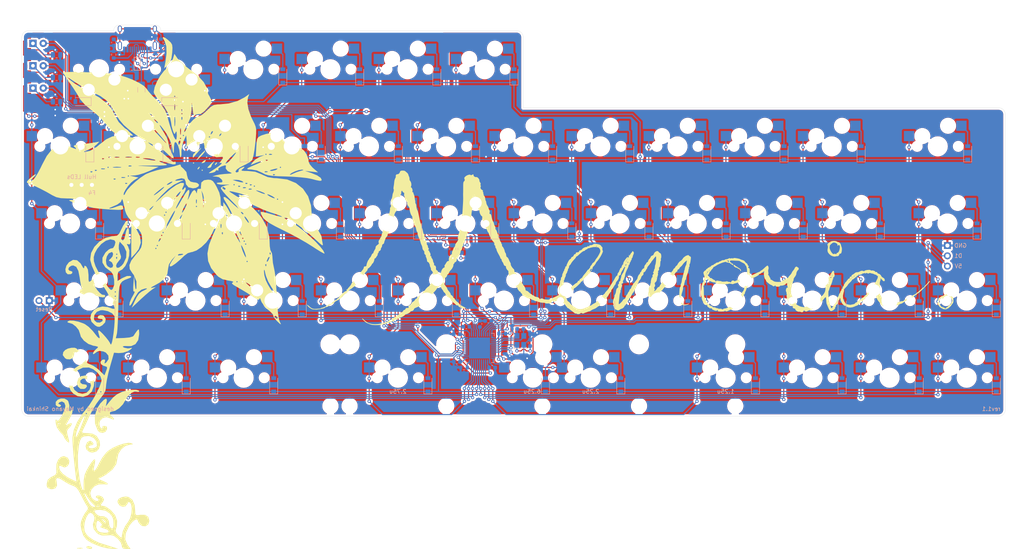
<source format=kicad_pcb>
(kicad_pcb (version 20211014) (generator pcbnew)
  (layers (0 "F.Cu" signal) (31 "B.Cu" signal) (34 "B.Paste" user) (35 "F.Paste" user) (36 "B.SilkS" user "B.Silkscreen") (37 "F.SilkS" user "F.Silkscreen") (38 "B.Mask" user) (39 "F.Mask" user) (44 "Edge.Cuts" user))
  (net 0 "")
  (net 1 "GND")
  (net 2 "+5V")
  (net 3 "row0")
  (net 4 "Net-(D0-0-Pad2)")
  (net 5 "Net-(D0-1-Pad2)")
  (net 6 "Net-(D0-2-Pad2)")
  (net 7 "Net-(D0-3-Pad2)")
  (net 8 "Net-(D0-4-Pad2)")
  (net 9 "Net-(D0-5-Pad2)")
  (net 10 "row1")
  (net 11 "row2")
  (net 12 "Net-(D1-0-Pad2)")
  (net 13 "Net-(D1-1-Pad2)")
  (net 14 "Net-(D1-2-Pad2)")
  (net 15 "Net-(D1-3-Pad2)")
  (net 16 "Net-(D1-4-Pad2)")
  (net 17 "Net-(D1-5-Pad2)")
  (net 18 "Net-(D1-6-Pad2)")
  (net 19 "VCC")
  (net 20 "Net-(D1-7-Pad2)")
  (net 21 "Net-(D1-8-Pad2)")
  (net 22 "Net-(D1-9-Pad2)")
  (net 23 "Net-(D1-10-Pad2)")
  (net 24 "Net-(D1-11-Pad2)")
  (net 25 "row3")
  (net 26 "D-")
  (net 27 "Net-(D2-0-Pad2)")
  (net 28 "D+")
  (net 29 "Net-(D2-1-Pad2)")
  (net 30 "Net-(D2-2-Pad2)")
  (net 31 "Net-(D2-3-Pad2)")
  (net 32 "Net-(D2-4-Pad2)")
  (net 33 "Net-(D2-5-Pad2)")
  (net 34 "Net-(D2-6-Pad2)")
  (net 35 "Net-(D2-7-Pad2)")
  (net 36 "Net-(D2-8-Pad2)")
  (net 37 "Net-(D2-9-Pad2)")
  (net 38 "Net-(D2-10-Pad2)")
  (net 39 "Net-(D2-11-Pad2)")
  (net 40 "row4")
  (net 41 "Net-(D4-0-Pad2)")
  (net 42 "Net-(D4-1-Pad2)")
  (net 43 "Net-(D3-0-Pad2)")
  (net 44 "Net-(D4-4-Pad2)")
  (net 45 "Net-(D3-1-Pad2)")
  (net 46 "Net-(D4-6-Pad2)")
  (net 47 "Net-(D3-2-Pad2)")
  (net 48 "Net-(D4-9-Pad2)")
  (net 49 "Net-(D4-10-Pad2)")
  (net 50 "Net-(D3-3-Pad2)")
  (net 51 "Net-(LED1-Pad1)")
  (net 52 "led1")
  (net 53 "Net-(LED2-Pad1)")
  (net 54 "led2")
  (net 55 "Net-(LED3-Pad1)")
  (net 56 "led3")
  (net 57 "col0")
  (net 58 "col1")
  (net 59 "col2")
  (net 60 "col3")
  (net 61 "col4")
  (net 62 "col5")
  (net 63 "col6")
  (net 64 "col7")
  (net 65 "col8")
  (net 66 "col9")
  (net 67 "col10")
  (net 68 "col11")
  (net 69 "Net-(D3-4-Pad2)")
  (net 70 "Net-(D3-5-Pad2)")
  (net 71 "Earth")
  (net 72 "D1")
  (net 74 "Net-(D3-6-Pad2)")
  (net 75 "rgbLED")
  (net 79 "Net-(D3-7-Pad2)")
  (net 80 "Net-(D3-8-Pad2)")
  (net 81 "Net-(D3-9-Pad2)")
  (net 82 "Net-(D3-10-Pad2)")
  (net 83 "Net-(D3-11-Pad2)")
  (net 84 "Net-(D4-2-Pad2)")
  (net 85 "Net-(D4-5-Pad2)")
  (net 86 "Net-(D4-8-Pad2)")
  (net 87 "Net-(D4-11-Pad2)")
  (net 88 "Net-(R2-Pad1)")
  (net 89 "Net-(R3-Pad1)")
  (net 90 "Net-(C1-Pad2)")
  (net 91 "Net-(C8-Pad2)")
  (net 92 "Net-(C9-Pad2)")
  (net 93 "Net-(R1-Pad2)")
  (net 94 "Net-(R4-Pad2)")
  (net 96 "Net-(RGB1-Pad2)")
  (net 97 "Net-(RGB2-Pad2)")
  (net 100 "F4")
  (net 101 "Net-(R6-Pad2)")
  (net 102 "Net-(R7-Pad2)")
  (footprint "MX_Only:MXOnly-1U-Hotswap" (layer "F.Cu") (at 104.775 95.25)
    (fp_text reference "MX3-3" hide)
    (fp_text value "MX-NoLED")
  )
  (footprint "MX_Only:MXOnly-1U-Hotswap" (layer "F.Cu") (at 238.125 95.25)
    (fp_text reference "MX3-10" hide)
    (fp_text value "MX-NoLED")
  )
  (footprint "MX_Only:MXOnly-1U-Hotswap" (layer "F.Cu") (at 257.175 95.25)
    (fp_text reference "MX3-11" hide)
    (fp_text value "MX-NoLED")
  )
  (footprint "Keebio-Parts:WS2812B" (layer "F.Cu") (at 27.818 31.717)
    (fp_text reference "RGB1" hide)
    (fp_text value "WS2812B" hide)
  )
  (footprint "MX_Only:MXOnly-1.25U-Hotswap" (layer "F.Cu") (at 35.71875 76.2)
    (fp_text reference "MX2-0" hide)
    (fp_text value "MX-NoLED")
  )
  (footprint "MX_Only:MXOnly-1.25U-Hotswap" (layer "F.Cu") (at 78.58125 114.3)
    (fp_text reference "MX4-2" hide)
    (fp_text value "MX-NoLED")
  )
  (footprint "MX_Only:MXOnly-1U-Hotswap" (layer "F.Cu") (at 223.8375 57.15)
    (fp_text reference "MX1-10" hide)
    (fp_text value "MX-NoLED")
  )
  (footprint "Keebio-Parts:WS2812B" (layer "F.Cu") (at 27.818 42.767)
    (fp_text reference "RGB3" hide)
    (fp_text value "WS2812B" hide)
  )
  (footprint "MX_Only:MXOnly-1U-Hotswap" (layer "F.Cu") (at 200.025 95.25)
    (fp_text reference "MX3-8" hide)
    (fp_text value "MX-NoLED")
  )
  (footprint "MX_Only:MXOnly-1U-Hotswap" (layer "F.Cu") (at 147.6375 57.15)
    (fp_text reference "MX1-6" hide)
    (fp_text value "MX-NoLED")
  )
  (footprint "MX_Only:MXOnly-1U-Hotswap" (layer "F.Cu") (at 152.4 76.2)
    (fp_text reference "MX2-6" hide)
    (fp_text value "MX-NoLED")
  )
  (footprint "MX_Only:MXOnly-1U-Hotswap" (layer "F.Cu") (at 119.0625 38.1)
    (fp_text reference "MX0-4" hide)
    (fp_text value "MX-NoLED")
  )
  (footprint "MX_Only:MXOnly-1U-Hotswap" (layer "F.Cu") (at 100.0125 38.1)
    (fp_text reference "MX0-3" hide)
    (fp_text value "MX-NoLED")
  )
  (footprint "MX_Only:MXOnly-1U-Hotswap" (layer "F.Cu") (at 123.825 95.25)
    (fp_text reference "MX3-4" hide)
    (fp_text value "MX-NoLED")
  )
  (footprint "MX_Only:MXOnly-1U-Hotswap" (layer "F.Cu") (at 42.8625 38.1 180)
    (fp_text reference "MX0-0" hide)
    (fp_text value "MX-NoLED")
  )
  (footprint "MX_Only:MXOnly-1U-Hotswap" (layer "F.Cu") (at 190.5 76.2)
    (fp_text reference "MX2-8" hide)
    (fp_text value "MX-NoLED")
  )
  (footprint "MX_Only:MXOnly-1U-Hotswap" (layer "F.Cu") (at 228.6 76.2)
    (fp_text reference "MX2-10" hide)
    (fp_text value "MX-NoLED")
  )
  (footprint "MX_Only:MXOnly-1U-Hotswap" (layer "F.Cu") (at 138.1125 38.1)
    (fp_text reference "MX0-5" hide)
    (fp_text value "MX-NoLED")
  )
  (footprint "MX_Only:MXOnly-1U-Hotswap" (layer "F.Cu") (at 61.9125 38.1 180)
    (fp_text reference "MX0-1" hide)
    (fp_text value "MX-NoLED")
  )
  (footprint "MX_Only:MXOnly-1U-Hotswap" (layer "F.Cu") (at 76.2 76.2)
    (fp_text reference "MX2-2" hide)
    (fp_text value "MX-NoLED")
  )
  (footprint "MX_Only:MXOnly-1U-Hotswap" (layer "F.Cu") (at 185.7375 57.15)
    (fp_text reference "MX1-8" hide)
    (fp_text value "MX-NoLED")
  )
  (footprint "Connector_PinHeader_2.54mm:PinHeader_1x03_P2.54mm_Vertical" (layer "F.Cu") (at 252.4125 81.65)
    (fp_text reference "J1" hide)
    (fp_text value "RGB Breakout")
  )
  (footprint "LED_THT:LED_D3.0mm" (layer "F.Cu") (at 26.543 31.717)
    (fp_text reference "LED1" hide)
    (fp_text value "LED")
  )
  (footprint "MX_Only:MXOnly-1U-Hotswap" (layer "F.Cu") (at 180.975 95.25)
    (fp_text reference "MX3-7" hide)
    (fp_text value "MX-NoLED")
  )
  (footprint "MX_Only:MXOnly-1.75U-Hotswap" (layer "F.Cu") (at 40.48125 95.25)
    (fp_text reference "MX3-0" hide)
    (fp_text value "MX-NoLED")
  )
  (footprint "MX_Only:MXOnly-1U-Hotswap" (layer "F.Cu") (at 57.15 76.2)
    (fp_text reference "MX2-1" hide)
    (fp_text value "MX-NoLED")
  )
  (footprint "MX_Only:MXOnly-1U-Hotswap" (layer "F.Cu") (at 71.4375 57.15)
    (fp_text reference "MX1-2" hide)
    (fp_text value "MX-NoLED")
  )
  (footprint "MX_Only:MXOnly-1U-Hotswap" (layer "F.Cu") (at 95.25 76.2)
    (fp_text reference "MX2-3" hide)
    (fp_text value "MX-NoLED")
  )
  (footprint "MX_Only:MXOnly-1U-Hotswap" (layer "F.Cu") (at 257.175 114.3)
    (fp_text reference "MX4-11" hide)
    (fp_text value "MX-NoLED")
  )
  (footprint "LED_THT:LED_D3.0mm" (layer "F.Cu") (at 26.543 37.242)
    (fp_text reference "LED2" hide)
    (fp_text value "LED")
  )
  (footprint "MX_Only:MXOnly-1U-Hotswap" (layer "F.Cu") (at 171.45 76.2)
    (fp_text reference "MX2-7" hide)
    (fp_text value "MX-NoLED")
  )
  (footprint "Connector_PinHeader_2.54mm:PinHeader_1x03_P2.54mm_Vertical" (layer "F.Cu") (at 41.1125 66.675 -90)
    (fp_text reference "J2" hide)
    (fp_text value "Hull LED Breakout")
  )
  (footprint "MX_Only:MXOnly-1U-Hotswap" (layer "F.Cu") (at 52.3875 57.15)
    (fp_text reference "MX1-1" hide)
    (fp_text value "MX-NoLED")
  )
  (footprint "MX_Only:MXOnly-1U-Hotswap" (layer "F.Cu") (at 66.675 95.25)
    (fp_text reference "MX3-1" hide)
    (fp_text value "MX-NoLED")
  )
  (footprint "MX_Only:MXOnly-1U-Hotswap" (layer "F.Cu") (at 33.3375 57.15)
    (fp_text reference "MX1-0" hide)
    (fp_text value "MX-NoLED")
  )
  (footprint "MX_Only:MXOnly-1U-Hotswap" (layer "F.Cu") (at 219.075 95.25)
    (fp_text reference "MX3-9" hide)
    (fp_text value "MX-NoLED")
  )
  (footprint "MX_Only:MXOnly-1U-Hotswap" (layer "F.Cu") (at 209.55 76.2)
    (fp_text reference "MX2-9" hide)
    (fp_text value "MX-NoLED")
  )
  (footprint "LOGO" (layer "F.Cu") (at 174.78 89.7)
    (fp_text reference "G***" hide)
    (fp_text value "LOGO" hide)
  )
  (footprint "MX_Only:MXOnly-1U-Hotswap" (layer "F.Cu") (at 161.925 95.25)
    (fp_text reference "MX3-6" hide)
    (fp_text value "MX-NoLED")
  )
  (footprint "MX_Only:MXOnly-1U-Hotswap" (layer "F.Cu") (at 114.3 76.2)
    (fp_text reference "MX2-4" hide)
    (fp_text value "MX-NoLED")
  )
  (footprint "MX_Only:MXOnly-1U-Hotswap" (layer "F.Cu") (at 142.875 95.25)
    (fp_text reference "MX3-5" hide)
    (fp_text value "MX-NoLED")
  )
  (footprint "MX_Only:MXOnly-1U-Hotswap" (layer "F.Cu") (at 204.7875 57.15)
    (fp_text reference "MX1-9" hide)
    (fp_text value "MX-NoLED")
  )
  (footprint "Keebio-Parts:WS2812B" (layer "F.Cu") (at 27.818 37.242)
    (fp_text reference "RGB2" hide)
    (fp_text value "WS2812B" hide)
  )
  (footprint "LED_THT:LED_D3.0mm" (layer "F.Cu") (at 26.543 42.767)
    (fp_text reference "LED3" hide)
    (fp_text value "LED")
  )
  (footprint "MX_Only:MXOnly-1U-Hotswap" (layer "F.Cu") (at 109.5375 57.15)
    (fp_text reference "MX1-4" hide)
    (fp_text value "MX-NoLED")
  )
  (footprint "MX_Only:MXOnly-1U-Hotswap" (layer "F.Cu") (at 128.5875 57.15)
    (fp_text reference "MX1-5" hide)
    (fp_text value "MX-NoLED")
  )
  (footprint "MX_Only:MXOnly-1.75U-Hotswap" (layer "F.Cu") (at 250.03125 57.15)
    (fp_text reference "MX1-11" hide)
    (fp_text value "MX-NoLED")
  )
  (footprint "Connector_PinHeader_2.54mm:PinHeader_1x02_P2.54mm_Vertical" (layer "F.Cu") (at 30.575 95.25 -90)
    (fp_text reference "Reset1" hide)
    (fp_text value "Reset_Pins")
  )
  (footprint "MX_Only:MXOnly-1U-Hotswap" (layer "F.Cu") (at 238.125 114.3)
    (fp_text reference "MX4-10" hide)
    (fp_text value "MX-NoLED")
  )
  (footprint "MX_Only:MXOnly-1.25U-Hotswap" (layer "F.Cu") (at 35.71875 114.3)
    (fp_text reference "MX4-0" hide)
    (fp_text value "MX-NoLED")
  )
  (footprint "MX_Only:MXOnly-1U-Hotswap" (layer "F.Cu") (at 57.15 114.3)
    (fp_text reference "MX4-1" hide)
    (fp_text value "MX-NoLED")
  )
  (footprint "MX_Only:MXOnly-1U-Hotswap" (layer "F.Cu") (at 219.075 114.3)
    (fp_text reference "MX4-9" hide)
    (fp_text value "MX-NoLED")
  )
  (footprint "LOGO" (layer "F.Cu") (at 176.22 80.27)
    (fp_text reference "G***" hide)
    (fp_text value "LOGO" hide)
  )
  (footprint "MX_Only:MXOnly-2.25U-Hotswap-ReversedStabilizers" (layer "F.Cu") (at 164.30625 114.3)
    (fp_text reference "MX4-6+Minisub1" hide)
    (fp_text value "MX-NoLED")
  )
  (footprint "MX_Only:MXOnly-1U-Hotswap" (layer "F.Cu") (at 80.9625 38.1)
    (fp_text reference "MX0-2" hide)
    (fp_text value "MX-NoLED")
  )
  (footprint "MX_Only:MXOnly-1U-Hotswap" (layer "F.Cu") (at 133.35 76.2)
    (fp_text reference "MX2-5" hide)
    (fp_text value "MX-NoLED")
  )
  (footprint "MX_Only:MXOnly-1U-Hotswap" (layer "F.Cu") (at 85.725 95.25)
    (fp_text reference "MX3-2" hide)
    (fp_text value "MX-NoLED")
  )
  (footprint "MX_Only:MXOnly-1.5U-Hotswap" (layer "F.Cu") (at 252.4125 76.2)
    (fp_text reference "MX2-11" hide)
    (fp_text value "MX-NoLED")
  )
  (footprint "MX_Only:MXOnly-2.75U-Hotswap-ReversedStabilizers" (layer "F.Cu") (at 116.68125 114.3)
    (fp_text reference "MX4-4+Minisub1" hide)
    (fp_text value "MX-NoLED")
  )
  (footprint "MX_Only:MXOnly-1.25U-Hotswap" (layer "F.Cu") (at 197.64375 114.3)
    (fp_text reference "MX4-8+Minisub1" hide)
    (fp_text value "MX-NoLED")
  )
  (footprint "MX_Only:MXOnly-1U-Hotswap" (layer "F.Cu") (at 90.4875 57.15)
    (fp_text reference "MX1-3" hide)
    (fp_text value "MX-NoLED")
  )
  (footprint "MX_Only:MXOnly-6.25U-Hotswap-ReversedStabilizers" (layer "F.Cu") (at 150.01875 114.3)
    (fp_text reference "MX4-5+Jetvan1" hide)
    (fp_text value "MX-NoLED")
  )
  (footprint "MX_Only:MXOnly-1U-Hotswap" (layer "F.Cu") (at 166.6875 57.15)
    (fp_text reference "MX1-7" hide)
    (fp_text value "MX-NoLED")
  )
  (footprint "Diode_SMD:D_SOD-123" (layer "B.Cu") (at 159.65 77.8 90)
    (fp_text reference "D2-6" hide)
    (fp_text value "D")
  )
  (footprint "Diode_SMD:D_SOD-123" (layer "B.Cu") (at 38.67 46.101 180)
    (fp_text reference "D0-0" hide)
    (fp_text value "D")
  )
  (footprint "Diode_SMD:D_SOD-123" (layer "B.Cu") (at 153.125 116.05 90)
    (fp_text reference "D4-5" hide)
    (fp_text value "D")
  )
  (footprint "Diode_SMD:D_SOD-123" (layer "B.Cu") (at 47.8 97 90)
    (fp_text reference "D3-0" hide)
    (fp_text value "D")
  )
  (footprint "Diode_SMD:D_SOD-123" (layer "B.Cu") (at 121.55 77.8 90)
    (fp_text reference "D2-4" hide)
    (fp_text value "D")
  )
  (footprint "Diode_SMD:D_SOD-123" (layer "B.Cu") (at 226.4 97 90)
    (fp_text reference "D3-9" hide)
    (fp_text value "D")
  )
  (footprint "Capacitor_SMD:C_0603_1608Metric" (layer "B.Cu") (at 149.35 105.7 -90)
    (fp_text reference "C8" hide)
    (fp_text value "22pF")
  )
  (footprint "Resistor_SMD:R_0805_2012Metric" (layer "B.Cu") (at 132.25 82.5 -90)
    (fp_text reference "R6" hide)
    (fp_text value "22")
  )
  (footprint "Diode_SMD:D_SOD-123" (layer "B.Cu") (at 188.3 97 90)
    (fp_text reference "D3-7" hide)
    (fp_text value "D")
  )
  (footprint "Resistor_SMD:R_0603_1608Metric" (layer "B.Cu") (at 58.15 31.5 -90)
    (fp_text reference "R5" hide)
    (fp_text value "1M")
  )
  (footprint "Diode_SMD:D_SOD-123" (layer "B.Cu") (at 245.45 97 90)
    (fp_text reference "D3-10" hide)
    (fp_text value "D")
  )
  (footprint "Diode_SMD:D_SOD-123" (layer "B.Cu") (at 83.45 77.8 90)
    (fp_text reference "D2-2" hide)
    (fp_text value "D")
  )
  (footprint "Resistor_SMD:R_0805_2012Metric" (layer "B.Cu") (at 93.6 58.0125 90)
    (fp_text reference "R21" hide)
    (fp_text value "470")
  )
  (footprint "Diode_SMD:D_SOD-123" (layer "B.Cu") (at 135.85 58.75 90)
    (fp_text reference "D1-5" hide)
    (fp_text value "D")
  )
  (footprint "Diode_SMD:D_SOD-123" (layer "B.Cu") (at 124.1 116.05 90)
    (fp_text reference "D4-4" hide)
    (fp_text value "D")
  )
  (footprint "Diode_SMD:D_SOD-123" (layer "B.Cu") (at 171.75 116.05 90)
    (fp_text reference "D4-6" hide)
    (fp_text value "D")
  )
  (footprint "Crystal:Crystal_SMD_3225-4Pin_3.2x2.5mm" (layer "B.Cu") (at 146.925 105.07445 90)
    (fp_text reference "Y1" hide)
    (fp_text value "16MHz")
  )
  (footprint "Diode_SMD:D_SOD-123" (layer "B.Cu") (at 245.45 116.05 90)
    (fp_text reference "D4-10" hide)
    (fp_text value "D")
  )
  (footprint "Capacitor_SMD:C_0603_1608Metric" (layer "B.Cu") (at 46.5 31.5 -90)
    (fp_text reference "C7" hide)
    (fp_text value "4.7nF")
  )
  (footprint "Diode_SMD:D_SOD-123" (layer "B.Cu") (at 235.85 77.8 90)
    (fp_text reference "D2-10" hide)
    (fp_text value "D")
  )
  (footprint "Capacitor_SMD:C_0603_1608Metric" (layer "B.Cu") (at 136.9125 101 -90)
    (fp_text reference "C1" hide)
    (fp_text value "1uF")
  )
  (footprint "Diode_SMD:D_SOD-123" (layer "B.Cu") (at 226.4 116.05 90)
    (fp_text reference "D4-9" hide)
    (fp_text value "D")
  )
  (footprint "Diode_SMD:D_SOD-123" (layer "B.Cu") (at 205 116.05 90)
    (fp_text reference "D4-8" hide)
    (fp_text value "D")
  )
  (footprint "Diode_SMD:D_SOD-123" (layer "B.Cu") (at 264.5 97 90)
    (fp_text reference "D3-11" hide)
    (fp_text value "D")
  )
  (footprint "Diode_SMD:D_SOD-123" (layer "B.Cu") (at 59.65 58.75 90)
    (fp_text reference "D1-1" hide)
    (fp_text value "D")
  )
  (footprint "Diode_SMD:D_SOD-123" (layer "B.Cu") (at 102.5 77.8 90)
    (fp_text reference "D2-3" hide)
    (fp_text value "D")
  )
  (footprint "Diode_SMD:D_SOD-123" (layer "B.Cu") (at 216.8 77.8 90)
    (fp_text reference "D2-9" hide)
    (fp_text value "D")
  )
  (footprint "Diode_SMD:D_SOD-123" (layer "B.Cu") (at 193 58.75 90)
    (fp_text reference "D1-8" hide)
    (fp_text value "D")
  )
  (footprint "Diode_SMD:D_SOD-123" (layer "B.Cu") (at 150.2 97 90)
    (fp_text reference "D3-5" hide)
    (fp_text value "D")
  )
  (footprint "Diode_SMD:D_SOD-123" (layer "B.Cu") (at 154.9 58.75 90)
    (fp_text reference "D1-6" hide)
    (fp_text value "D")
  )
  (footprint "Capacitor_SMD:C_0603_1608Metric" (layer "B.Cu") (at 139.95 111.8)
    (fp_text reference "C4" hide)
    (fp_text value "0.1uF")
  )
  (footprint "Diode_SMD:D_SOD-123" (layer "B.Cu") (at 43 116.05 90)
    (fp_text reference "D4-0" hide)
    (fp_text value "D")
  )
  (footprint "Diode_SMD:D_SOD-123" (layer "B.Cu") (at 231.1 58.75 90)
    (fp_text reference "D1-10" hide)
    (fp_text value "D")
  )
  (footprint "Resistor_SMD:R_0603_1608Metric" (layer "B.Cu") (at 46.5 34.5 90)
    (fp_text reference "R2" hide)
    (fp_text value "5.1k")
  )
  (footprint "Diode_SMD:D_SOD-123" (layer "B.Cu") (at 97.75 58.75 90)
    (fp_text reference "D1-3" hide)
    (fp_text value "D")
  )
  (footprint "Diode_SMD:D_SOD-123" (layer "B.Cu") (at 173.95 58.75 90)
    (fp_text reference "D1-7" hide)
    (fp_text value "D")
  )
  (footprint "Diode_SMD:D_SOD-123" (layer "B.Cu") (at 178.7 77.8 90)
    (fp_text reference "D2-7" hide)
    (fp_text value "D")
  )
  (footprint "Diode_SMD:D_SOD-123" (layer "B.Cu") (at 43 77.8 90)
    (fp_text reference "D2-0" hide)
    (fp_text value "D")
  )
  (footprint "Diode_SMD:D_SOD-123" (layer "B.Cu") (at 112.1 97 90)
    (fp_text reference "D3-3" hide)
    (fp_text value "D")
  )
  (footprint "Diode_SMD:D_SOD-123" (layer "B.Cu") (at 74 97 90)
    (fp_text reference "D3-1" hide)
    (fp_text value "D")
  )
  (footprint "Resistor_SMD:R_0805_2012Metric" (layer "B.Cu") (at 32.385 34.544)
    (fp_text reference "R11" hide)
    (fp_text value "1k")
  )
  (footprint "Diode_SMD:D_SOD-123" (layer "B.Cu") (at 264.5 116.05 90)
    (fp_text reference "D4-11" hide)
    (fp_text value "D")
  )
  (footprint "Diode_SMD:D_SOD-123" (layer "B.Cu") (at 107.25 39.75 90)
    (fp_text reference "D0-3" hide)
    (fp_text value "D")
  )
  (footprint "Diode_SMD:D_SOD-123" (layer "B.Cu") (at 64.4 77.8 90)
    (fp_text reference "D2-1" hide)
    (fp_text value "D")
  )
  (footprint "Diode_SMD:D_SOD-123" (layer "B.Cu") (at 60.59 46.1)
    (fp_text reference "D0-1" hide)
    (fp_text value "D")
  )
  (footprint "Diode_SMD:D_SOD-123" (layer "B.Cu") (at 145.35 39.75 90)
    (fp_text reference "D0-5" hide)
    (fp_text value "D")
  )
  (footprint "Resistor_SMD:R_0805_2012Metric" (layer "B.Cu") (at 32.385 46.101)
    (fp_text reference "R13" hide)
    (fp_text value "1k")
  )
  (footprint "Diode_SMD:D_SOD-123" (layer "B.Cu") (at 93.05 97 90)
    (fp_text reference "D3-2" hide)
    (fp_text value "D")
  )
  (footprint "Diode_SMD:D_SOD-123" (layer "B.Cu") (at 212.05 58.75 90)
    (fp_text reference "D1-9" hide)
    (fp_text value "D")
  )
  (footprint "Capacitor_SMD:C_0603_1608Metric" (layer "B.Cu") (at 131.25 103.55 180)
    (fp_text reference "C5" hide)
    (fp_text value "0.1uF")
  )
  (footprint "Type-C:HRO-TYPE-C-31-M-12-Assembly" (layer "B.Cu") (at 52.324 25.527)
    (fp_text reference "USB1" hide)
    (fp_text value "HRO-TYPE-C-31-M-12")
  )
  (footprint "Resistor_SMD:R_0805_2012Metric" (layer "B.Cu") (at 130.25 82.5 -90)
    (fp_text reference "R7" hide)
    (fp_text value "22")
  )
  (footprint "Diode_SMD:D_SOD-123" (layer "B.Cu") (at 257.4125 58.75 90)
    (fp_text reference "D1-11" hide)
    (fp_text value "D")
  )
  (footprint "Diode_SMD:D_SOD-123" (layer "B.Cu") (at 40.6 58.75 90)
    (fp_text reference "D1-0" hide)
    (fp_text value "D")
  )
  (footprint "Capacitor_SMD:C_0603_1608Metric" (layer "B.Cu") (at 133.6 101.7 180)
    (fp_text reference "C6" hide)
    (fp_text value "10uF")
  )
  (footprint "Package_DFN_QFN:QFN-44-1EP_7x7mm_P0.5mm_EP5.2x5.2mm" (layer "B.Cu") (at 136.85 106.95 -90)
    (fp_text reference "U2" hide)
    (fp_text value "ATmega32U4-MUR")
  )
  (footprint "Diode_SMD:D_SOD-123" (layer "B.Cu") (at 116.8 58.75 90)
    (fp_text reference "D1-4" hide)
    (fp_text value "D")
  )
  (footprint "Resistor_SMD:R_0603_1608Metric" (layer "B.Cu") (at 58.15 34.5 90)
    (fp_text reference "R3" hide)
    (fp_text value "5.1k")
  )
  (footprint "Resistor_SMD:R_0603_1608Metric" (layer "B.Cu") (at 142.45 103.4 180)
    (fp_text reference "R1" hide)
    (fp_text value "10k")
  )
  (footprint "Diode_SMD:D_SOD-123" (layer "B.Cu") (at 259.75 77.8 90)
    (fp_text reference "D2-11" hide)
    (fp_text value "D")
  )
  (footprint "Resistor_SMD:R_0805_2012Metric" (layer "B.Cu") (at 32.385 40.132)
    (fp_text reference "R12" hide)
    (fp_text value "1k")
  )
  (footprint "Diode_SMD:D_SOD-123" (layer "B.Cu") (at 197.75 77.8 90)
    (fp_text reference "D2-8" hide)
    (fp_text value "D")
  )
  (footprint "Capacitor_SMD:C_0603_1608Metric" (layer "B.Cu") (at 131.25 110.35 180)
    (fp_text reference "C3" hide)
    (fp_text value "0.1uF")
  )
  (footprint "Diode_SMD:D_SOD-123" (layer "B.Cu") (at 64.4 116.05 90)
    (fp_text reference "D4-1" hide)
    (fp_text value "D")
  )
  (footprint "Diode_SMD:D_SOD-123" (layer "B.Cu") (at 140.6 77.8 90)
    (fp_text reference "D2-5" hide)
    (fp_text value "D")
  )
  (footprint "Resistor_SMD:R_0603_1608Metric" (layer "B.Cu") (at 133 111.81)
    (fp_text reference "R4" hide)
    (fp_text value "10k")
  )
  (footprint "Diode_SMD:D_SOD-123" (layer "B.Cu") (at 86 116.05 90)
    (fp_text reference "D4-2" hide)
    (fp_text value "D")
  )
  (footprint "Diode_SMD:D_SOD-123" (layer "B.Cu") (at 88.25 39.75 90)
    (fp_text reference "D0-2" hide)
    (fp_text value "D")
  )
  (footprint "Capacitor_SMD:C_0603_1608Metric" (layer "B.Cu") (at 146.925 102.25)
    (fp_text reference "C9" hide)
    (fp_text value "22pF")
  )
  (footprint "Diode_SMD:D_SOD-123" (layer "B.Cu") (at 169.25 97 90)
    (fp_text reference "D3-6" hide)
    (fp_text value "D")
  )
  (footprint "Capacitor_SMD:C_0603_1608Metric" (layer "B.Cu") (at 139 100.25 180)
    (fp_text reference "C2" hide)
    (fp_text value "0.1uF")
  )
  (footprint "Diode_SMD:D_SOD-123" (layer "B.Cu") (at 131.15 97 90)
    (fp_text reference "D3-4" hide)
    (fp_text value "D")
  )
  (footprint "Diode_SMD:D_SOD-123" (layer "B.Cu") (at 78.7 58.75 90)
    (fp_text reference "D1-2" hide)
    (fp_text value "D")
  )
  (footprint "Keebio-Parts:SOT-143B" (layer "B.Cu") (at 52.324 36.75 90)
    (fp_text reference "U1" hide)
    (fp_text value "PRTR5V0U2X" hide)
  )
  (footprint "Diode_SMD:D_SOD-123" (layer "B.Cu") (at 126.3 39.75 90)
    (fp_text reference "D0-4" hide)
    (fp_text value "D")
  )
  (footprint "Fuse:Fuse_1206_3216Metric" (layer "B.Cu") (at 53.324 43.18 -90)
    (fp_text reference "F1" hide)
    (fp_text value "500mA")
  )
  (footprint "Diode_SMD:D_SOD-123" (layer "B.Cu") (at 207.35 97 90)
    (fp_text reference "D3-8" hide)
    (fp_text value "D")
  )
  (gr_line (start 25.4 28.575) (end 46.482 28.575) (layer "Edge.Cuts") (width 0.05))
  (gr_line (start 147.6375 47.625) (end 265.1125 47.625) (layer "Edge.Cuts") (width 0.05))
  (gr_line (start 266.7 49.2125) (end 266.7 122.2375) (layer "Edge.Cuts") (width 0.05))
  (gr_line (start 265.1125 123.825) (end 25.4 123.825) (layer "Edge.Cuts") (width 0.05))
  (gr_line (start 23.8125 122.2375) (end 23.8125 30.1625) (layer "Edge.Cuts") (width 0.05))
  (gr_line (start 58.166 28.575) (end 146.05 28.575) (layer "Edge.Cuts") (width 0.05))
  (gr_arc (start 23.8125 30.1625) (mid 24.277468 29.039968) (end 25.4 28.575) (layer "Edge.Cuts") (width 0.05))
  (gr_arc (start 25.4 123.825) (mid 24.277468 123.360032) (end 23.8125 122.2375) (layer "Edge.Cuts") (width 0.05))
  (gr_arc (start 146.05 28.575) (mid 147.172532 29.039968) (end 147.6375 30.1625) (layer "Edge.Cuts") (width 0.05))
  (gr_arc (start 265.1125 47.625) (mid 266.235032 48.089968) (end 266.7 49.2125) (layer "Edge.Cuts") (width 0.05))
  (gr_arc (start 46.482 28.575) (mid 46.891172 27.587172) (end 47.879 27.178) (layer "Edge.Cuts") (width 0.05))
  (gr_line (start 47.879 27.178) (end 56.769 27.178) (layer "Edge.Cuts") (width 0.05))
  (gr_arc (start 56.769 27.178) (mid 57.756828 27.587172) (end 58.166 28.575) (layer "Edge.Cuts") (width 0.05))
  (gr_arc (start 266.7 122.2375) (mid 266.235032 123.360032) (end 265.1125 123.825) (layer "Edge.Cuts") (width 0.05))
  (gr_line (start 147.6375 30.1625) (end 147.6375 47.625) (layer "Edge.Cuts") (width 0.05))
  (gr_text "5V" (at 255.125 86.73) (layer "B.SilkS") (effects (font (size 1 1)) (justify mirror)))
  (gr_text "2.75u" (at 116.68125 117.7) (layer "B.SilkS") (effects (font (size 1 1)) (justify mirror)))
  (gr_text "2.25u" (at 164.30625 117.7) (layer "B.SilkS") (effects (font (size 1 1)) (justify mirror)))
  (gr_text "designed by Mayano Shinkai" (at 35.75 122) (layer "B.SilkS") (effects (font (size 1 1)) (justify mirror)))
  (gr_text "rev1.1" (at 263.25 122) (layer "B.SilkS") (effects (font (size 1 1)) (justify mirror)))
  (gr_text "1.25u" (at 197.64375 117.7) (layer "B.SilkS") (effects (font (size 1 1)) (justify mirror)))
  (gr_text "Hull LEDs" (at 38.575 64.7) (layer "B.SilkS") (effects (font (size 1 1)) (justify mirror)))
  (gr_text "Reset" (at 29.305 97.4) (layer "B.SilkS") (effects (font (size 1 1)) (justify mirror)))
  (gr_text "GND" (at 255.65 81.65) (layer "B.SilkS") (effects (font (size 1 1)) (justify mirror)))
  (gr_text "D1" (at 255.1 84.19) (layer "B.SilkS") (effects (font (size 1 1)) (justify mirror)))
  (gr_text "6.25u" (at 149.818602 117.7) (layer "B.SilkS") (effects (font (size 1 1)) (justify mirror)))
  (gr_text "F4" (at 41.1125 68.65) (layer "B.SilkS") (effects (font (size 1 1)) (justify mirror)))
  (segment (start 46.306531 46.55452) (end 47.91998 46.55452) (width 0.254) (layer "F.Cu") (net 1))
  (segment (start 43.608031 49.25302) (end 44.2 48.661051) (width 0.254) (layer "F.Cu") (net 1))
  (segment (start 148.330834 109.230031) (end 148.603814 109.503011) (width 0.254) (layer "F.Cu") (net 1))
  (segment (start 47.9 34.5) (end 47.9 36.35) (width 0.254) (layer "F.Cu") (net 1))
  (segment (start 130.388714 102.211286) (end 130.386286 102.213714) (width 0.254) (layer "F.Cu") (net 1))
  (segment (start 42.474651 51.076511) (end 42.474651 62.772849) (width 0.254) (layer "F.Cu") (net 1))
  (segment (start 144.580031 109.230031) (end 148.330834 109.230031) (width 0.254) (layer "F.Cu") (net 1))
  (segment (start 138.45 59.6989) (end 138.45 64.686374) (width 0.254) (layer "F.Cu") (net 1))
  (segment (start 30.31736 44.3672) (end 32.0422 44.3672) (width 0.254) (layer "F.Cu") (net 1))
  (segment (start 42.474651 62.772849) (end 38.5725 66.675) (width 0.254) (layer "F.Cu") (net 1))
  (segment (start 32.04 49.39) (end 32.17698 49.25302) (width 0.254) (layer "F.Cu") (net 1))
  (segment (start 96.425 48.675) (end 98.775 48.675) (width 0.254) (layer "F.Cu") (net 1))
  (segment (start 30.31736 38.8422) (end 32.042053 38.8422) (width 0.254) (layer "F.Cu") (net 1))
  (segment (start 32.04 49.526) (end 32.04 49.39) (width 0.254) (layer "F.Cu") (net 1))
  (segment (start 153.10422 88.865594) (end 153.10422 96.30422) (width 0.254) (layer "F.Cu") (net 1))
  (segment (start 32.0422 33.3172) (end 32.0422 44.3672) (width 0.254) (layer "F.Cu") (net 1))
  (segment (start 127.4265 110.35) (end 125.9735 110.35) (width 0.254) (layer "F.Cu") (net 1))
  (segment (start 30.31736 33.3172) (end 32.0422 33.3172) (width 0.254) (layer "F.Cu") (net 1))
  (segment (start 32.0422 48.0708) (end 32.04 48.073) (width 0.254) (layer "F.Cu") (net 1))
  (segment (start 154.30093 97.50093) (end 154.30093 100.153941) (width 0.254) (layer "F.Cu") (net 1))
  (segment (start 130.388714 100.161286) (end 130.388714 102.211286) (width 0.254) (layer "F.Cu") (net 1))
  (segment (start 138.45 64.686374) (end 143.05 69.286374) (width 0.254) (layer "F.Cu") (net 1))
  (segment (start 143.05 78.811374) (end 153.10422 88.865594) (width 0.254) (layer "F.Cu") (net 1))
  (segment (start 32.17698 49.25302) (end 43.608031 49.25302) (width 0.254) (layer "F.Cu") (net 1))
  (segment (start 143.05 69.286374) (end 143.05 78.811374) (width 0.254) (layer "F.Cu") (net 1))
  (segment (start 46.306531 46.55452) (end 44.2 48.661051) (width 0.254) (layer "F.Cu") (net 1))
  (segment (start 32.042053 38.8422) (end 32.0422 38.842053) (width 0.254) (layer "F.Cu") (net 1))
  (segment (start 96.425 48.675) (end 96.422557 48.675) (width 0.254) (layer "F.Cu") (net 1))
  (segment (start 49.1 45.3745) (end 47.91998 46.55452) (width 0.254) (layer "F.Cu") (net 1))
  (segment (start 98.775 48.675) (end 99.925 47.525) (width 0.254) (layer "F.Cu") (net 1))
  (segment (start 144.31 108.96) (end 144.580031 109.230031) (width 0.254) (layer "F.Cu") (net 1))
  (segment (start 153.10422 96.30422) (end 154.30093 97.50093) (width 0.254) (layer "F.Cu") (net 1))
  (segment (start 32.0422 44.3672) (end 32.0422 48.0708) (width 0.254) (layer "F.Cu") (net 1))
  (via (at 127.4265 110.35) (size 0.8) (drill 0.4) (layers "F.Cu" "B.Cu") (net 1))
  (via (at 125.9735 110.35) (size 0.8) (drill 0.4) (layers "F.Cu" "B.Cu") (net 1))
  (via (at 32.0422 38.842053) (size 0.8) (drill 0.4) (layers "F.Cu" "B.Cu") (net 1))
  (via (at 32.04 48.073) (size 0.8) (drill 0.4) (layers "F.Cu" "B.Cu") (net 1))
  (via (at 32.0422 44.3672) (size 0.8) (drill 0.4) (layers "F.Cu" "B.Cu") (net 1))
  (via (at 49.1 45.3745) (size 0.8) (drill 0.4) (layers "F.Cu" "B.Cu") (net 1))
  (via (at 55.9175 30.125) (size 0.8) (drill 0.4) (layers "F.Cu" "B.Cu") (net 1))
  (via (at 144.31 108.96) (size 0.8) (drill 0.4) (layers "F.Cu" "B.Cu") (net 1))
  (via (at 42.474651 51.076511) (size 0.8) (drill 0.4) (layers "F.Cu" "B.Cu") (net 1))
  (via (at 138.45 59.6989) (size 0.8) (drill 0.4) (layers "F.Cu" "B.Cu") (net 1))
  (via (at 32.04 49.526) (size 0.8) (drill 0.4) (layers "F.Cu" "B.Cu") (net 1))
  (via (at 130.388714 100.161286) (size 0.8) (drill 0.4) (layers "F.Cu" "B.Cu") (net 1))
  (via (at 130.386286 102.213714) (size 0.8) (drill 0.4) (layers "F.Cu" "B.Cu") (net 1))
  (via (at 47.9 34.5) (size 0.8) (drill 0.4) (layers "F.Cu" "B.Cu") (net 1))
  (via (at 47.9 36.35) (size 0.8) (drill 0.4) (layers "F.Cu" "B.Cu") (net 1))
  (via (at 44.2 48.661051) (size 0.8) (drill 0.4) (layers "F.Cu" "B.Cu") (net 1))
  (via (at 99.925 47.525) (size 0.8) (drill 0.4) (layers "F.Cu" "B.Cu") (net 1))
  (via (at 151.05 103.225) (size 0.8) (drill 0.4) (layers "F.Cu" "B.Cu") (net 1))
  (via (at 154.30093 100.153941) (size 0.8) (drill 0.4) (layers "F.Cu" "B.Cu") (net 1))
  (via (at 32.0422 33.3172) (size 0.8) (drill 0.4) (layers "F.Cu" "B.Cu") (net 1))
  (via (at 148.603814 109.503011) (size 0.8) (drill 0.4) (layers "F.Cu" "B.Cu") (net 1))
  (via (at 96.425 48.675) (size 0.8) (drill 0.4) (layers "F.Cu" "B.Cu") (net 1))
  (segment (start 134.85 104.95) (end 139.32348 109.42348) (width 0.254) (layer "B.Cu") (net 1))
  (segment (start 58.14148 33.68352) (end 58.15 33.675) (width 0.254) (layer "B.Cu") (net 1))
  (segment (start 50.45 36.35) (end 51.324 37.224) (width 0.254) (layer "B.Cu") (net 1))
  (segment (start 139.32348 110.26098) (end 139.32348 109.42348) (width 0.254) (layer "B.Cu") (net 1))
  (segment (start 51.8 42.6) (end 49.1 45.3) (width 0.254) (layer "B.Cu") (net 1))
  (segment (start 132.327443 108.95) (end 131.900932 108.523489) (width 0.254) (layer "B.Cu") (net 1))
  (segment (start 136.11098 102.228447) (end 136.11098 101.02652) (width 0.254) (layer "B.Cu") (net 1))
  (segment (start 55.549 33.222) (end 56.01052 33.68352) (width 0.254) (layer "B.Cu") (net 1))
  (segment (start 132.175 111.81) (end 131.935 111.81) (width 0.254) (layer "B.Cu") (net 1))
  (segment (start 133.5125 108.95) (end 134.85 108.95) (width 0.254) (layer "B.Cu") (net 1))
  (segment (start 149.02445 104.925) (end 147.775 106.17445) (width 0.254) (layer "B.Cu") (net 1))
  (segment (start 149.35 104.925) (end 149.02445 104.925) (width 0.254) (layer "B.Cu") (net 1))
  (segment (start 131.927428 101.7) (end 130.388714 100.161286) (width 0.254) (layer "B.Cu") (net 1))
  (segment (start 58.15 32.094125) (end 56.180875 30.125) (width 0.254) (layer "B.Cu") (net 1))
  (segment (start 147.775 108.674197) (end 148.603814 109.503011) (width 0.254) (layer "B.Cu") (net 1))
  (segment (start 140.1875 105.95) (end 137.85 105.95) (width 0.254) (layer "B.Cu") (net 1))
  (segment (start 32.724409 48.841591) (end 41.291591 48.841591) (width 0.254) (layer "B.Cu") (net 1))
  (segment (start 133.5125 108.95) (end 132.327443 108.95) (width 0.254) (layer "B.Cu") (net 1))
  (segment (start 147.775 106.17445) (end 147.775 108.674197) (width 0.254) (layer "B.Cu") (net 1))
  (segment (start 132.825 101.7) (end 131.927428 101.7) (width 0.254) (layer "B.Cu") (net 1))
  (segment (start 49.099 33.222) (end 49.099 34.499) (width 0.254) (layer "B.Cu") (net 1))
  (segment (start 149.35 104.925) (end 151.05 103.225) (width 0.254) (layer "B.Cu") (net 1))
  (segment (start 58.15 32.325) (end 58.15 32.094125) (width 0.254) (layer "B.Cu") (net 1))
  (segment (start 136.35 103.6125) (end 136.35 106.45) (width 0.254) (layer "B.Cu") (net 1))
  (segment (start 130.386286 102.213714) (end 130.386286 103.461286) (width 0.254) (layer "B.Cu") (net 1))
  (segment (start 56.180875 30.125) (end 55.9175 30.125) (width 0.254) (layer "B.Cu") (net 1))
  (segment (start 131.900932 108.523489) (end 131.299068 108.523489) (width 0.254) (layer "B.Cu") (net 1))
  (segment (start 44.2 48.661051) (end 44.47298 48.388071) (width 0.254) (layer "B.Cu") (net 1))
  (segment (start 47.901 34.499) (end 47.9 34.5) (width 0.254) (layer "B.Cu") (net 1))
  (segment (start 131.935 111.81) (end 130.475 110.35) (width 0.254) (layer "B.Cu") (net 1))
  (segment (start 130.475 109.347557) (end 131.299068 108.523489) (width 0.254) (layer "B.Cu") (net 1))
  (segment (start 44.47298 48.388071) (end 96.138071 48.388071) (width 0.254) (layer "B.Cu") (net 1))
  (segment (start 153.914876 100.153941) (end 153.059555 101.009262) (width 0.254) (layer "B.Cu") (net 1))
  (segment (start 99.925 47.525) (end 108.9 47.525) (width 0.254) (layer "B.Cu") (net 1))
  (segment (start 130.475 110.35) (end 130.475 109.347557) (width 0.254) (layer "B.Cu") (net 1))
  (segment (start 46.50852 33.68352) (end 48.63748 33.68352) (width 0.254) (layer "B.Cu") (net 1))
  (segment (start 33.2975 34.544) (end 33.269 34.544) (width 0.254) (layer "B.Cu") (net 1))
  (segment (start 33.2975 40.132) (end 33.2975 40.097353) (width 0.254) (layer "B.Cu") (net 1))
  (segment (start 144.825 101.009262) (end 144.825 102.72445) (width 0.254) (layer "B.Cu") (net 1))
  (segment (start 133.5125 104.95) (end 134.85 104.95) (width 0.254) (layer "B.Cu") (net 1))
  (segment (start 137.85 105.95) (end 136.85 106.95) (width 0.254) (layer "B.Cu") (net 1))
  (segment (start 144.825 102.72445) (end 146.075 103.97445) (width 0.254) (layer "B.Cu") (net 1))
  (segment (start 49.099 34.499) (end 47.901 34.499) (width 0.254) (layer "B.Cu") (net 1))
  (segment (start 136.1 47.525) (end 138.45 49.875) (width 0.254) (layer "B.Cu") (net 1))
  (segment (start 42.474651 50.024651) (end 42.474651 51.076511) (width 0.254) (layer "B.Cu") (net 1))
  (segment (start 56.01052 33.68352) (end 58.14148 33.68352) (width 0.254) (layer "B.Cu") (net 1))
  (segment (start 32.04 48.073) (end 32.04 49.526) (width 0.254) (layer "B.Cu") (net 1))
  (segment (start 130.475 110.35) (end 127.4265 110.35) (width 0.254) (layer "B.Cu") (net 1))
  (segment (start 41.291591 48.841591) (end 42.474651 50.024651) (width 0.254) (layer "B.Cu") (net 1))
  (segment (start 146.15 103.89945) (end 146.075 103.97445) (width 0.254) (layer "B.Cu") (net 1))
  (segment (start 146.075 103.97445) (end 145.502009 104.547441) (width 0.254) (layer "B.Cu") (net 1))
  (segment (start 134.85 108.95) (end 136.85 106.95) (width 0.254) (layer "B.Cu") (net 1))
  (segment (start 146.15 102.25) (end 146.15 103.89945) (width 0.254) (layer "B.Cu") (net 1))
  (segment (start 51.324 37.224) (end 51.324 37.5) (width 0.254) (layer "B.Cu") (net 1))
  (segment (start 51.324 37.5) (end 51.8 37.976) (width 0.254) (layer "B.Cu") (net 1))
  (segment (start 130.386286 103.461286) (end 130.475 103.55) (width 0.254) (layer "B.Cu") (net 1))
  (segment (start 136.9125 100.225) (end 138.2 100.225) (width 0.254) (layer "B.Cu") (net 1))
  (segment (start 33.2975 34.544) (end 33.2975 34.3069) (width 0.254) (layer "B.Cu") (net 1))
  (segment (start 139.35 110.2875) (end 139.35 110.575) (width 0.254) (layer "B.Cu") (net 1))
  (segment (start 139.35 110.575) (end 140.575 111.8) (width 0.254) (layer "B.Cu") (net 1))
  (segment (start 46.5 33.675) (end 46.50852 33.68352) (width 0.254) (layer "B.Cu") (net 1))
  (segment (start 154.30093 100.153941) (end 153.914876 100.153941) (width 0.254) (layer "B.Cu") (net 1))
  (segment (start 153.059555 101.009262) (end 144.825 101.009262) (width 0.254) (layer "B.Cu") (net 1))
  (segment (start 32.04 49.526) (end 32.724409 48.841591) (width 0.254) (layer "B.Cu") (net 1))
  (segment (start 141.291374 105.95) (end 140.1875 105.95) (width 0.254) (layer "B.Cu") (net 1))
  (segment (start 138.45 49.875) (end 138.45 59.6989) (width 0.254) (layer "B.Cu") (net 1))
  (segment (start 139.35 110.2875) (end 139.32348 110.26098) (width 0.254) (layer "B.Cu") (net 1))
  (segment (start 58.15 33.675) (end 58.15 32.325) (width 0.254) (layer "B.Cu") (net 1))
  (segment (start 141.291374 105.95) (end 142.693933 104.547441) (width 0.254) (layer "B.Cu") (net 1))
  (segment (start 51.8 37.976) (end 51.8 42.6) (width 0.254) (layer "B.Cu") (net 1))
  (segment (start 48.63748 33.68352) (end 49.099 33.222) (width 0.254) (layer "B.Cu") (net 1))
  (segment (start 108.9 47.525) (end 136.1 47.525) (width 0.254) (layer "B.Cu") (net 1))
  (segment (start 46.5 33.675) (end 46.5 32.275) (width 0.254) (layer "B.Cu") (net 1))
  (segment (start 96.138071 48.388071) (end 96.425 48.675) (width 0.254) (layer "B.Cu") (net 1))
  (segment (start 136.11098 101.02652) (end 136.9125 100.225) (width 0.254) (layer "B.Cu") (net 1))
  (segment (start 145.502009 104.547441) (end 142.693933 104.547441) (width 0.254) (layer "B.Cu") (net 1))
  (segment (start 136.35 103.6125) (end 136.35 102.467467) (width 0.254) (layer "B.Cu") (net 1))
  (segment (start 50.45 36.35) (end 47.95 36.35) (width 0.254) (layer "B.Cu") (net 1))
  (segment (start 136.35 102.467467) (end 136.11098 102.228447) (width 0.254) (layer "B.Cu") (net 1))
  (segment (start 49.1 45.3) (end 49.1 45.3745) (width 0.254) (layer "B.Cu") (net 1))
  (segment (start 122.014997 68.433193) (end 122.015902 68.432288) (width 0.254) (layer "F.Cu") (net 2))
  (segment (start 24.241559 31.193881) (end 25.31864 30.1168) (width 0.254) (layer "F.Cu") (net 2))
  (segment (start 122.015902 68.432288) (end 123.400994 69.81738) (width 0.254) (layer "F.Cu") (net 2))
  (segment (start 41.475813 51.040063) (end 41.475813 49.724187) (width 0.254) (layer "F.Cu") (net 2))
  (segment (start 24.241559 40.089719) (end 24.241559 36.718881) (width 0.254) (layer "F.Cu") (net 2))
  (segment (start 141.95 99.45) (end 144.6 99.45) (width 0.254) (layer "F.Cu") (net 2))
  (segment (start 42.010349 51.639652) (end 42.014652 51.639652) (width 0.254) (layer "F.Cu") (net 2))
  (segment (start 118.57348 55.14848) (end 118.57348 54.398961) (width 0.254) (layer "F.Cu") (net 2))
  (segment (start 24.241559 34.564719) (end 24.241559 31.193881) (width 0.254) (layer "F.Cu") (net 2))
  (segment (start 44.18154 49.70654) (end 44.2 49.725) (width 0.254) (layer "F.Cu") (net 2))
  (segment (start 50.099503 45.3745) (end 50.099503 45.40244) (width 0.254) (layer "F.Cu") (net 2))
  (segment (start 44.2 49.7) (end 46.89196 47.00804) (width 0.254) (layer "F.Cu") (net 2))
  (segment (start 153.106598 80.927622) (end 151.2485 80.927622) (width 0.254) (layer "F.Cu") (net 2))
  (segment (start 139.3265 97.9235) (end 139.325 97.925) (width 0.254) (layer "F.Cu") (net 2))
  (segment (start 118.573961 50.290335) (end 118.573961 54.551039) (width 0.254) (layer "F.Cu") (net 2))
  (segment (start 26.979 49.7) (end 31.186558 49.7) (width 0.254) (layer "F.Cu") (net 2))
  (segment (start 32.886903 49.70654) (end 41.49346 49.70654) (width 0.254) (layer "F.Cu") (net 2))
  (segment (start 123.400994 79.34238) (end 123.400994 69.81738) (width 0.254) (layer "F.Cu") (net 2))
  (segment (start 116.833626 48.55) (end 118.573961 50.290335) (width 0.254) (layer "F.Cu") (net 2))
  (segment (start 31.186558 49.7) (end 31.739068 50.252511) (width 0.254) (layer "F.Cu") (net 2))
  (segment (start 131.6 109.25) (end 132.8 108.05) (width 0.254) (layer "F.Cu") (net 2))
  (segment (start 132.35 104.7987) (end 132.35 100.728011) (width 0.254) (layer "F.Cu") (net 2))
  (segment (start 41.475813 51.076511) (end 41.475813 51.105116) (width 0.254) (layer "F.Cu") (net 2))
  (segment (start 24.241559 42.243881) (end 24.241559 48.415559) (width 0.254) (layer "F.Cu") (net 2))
  (segment (start 46.89196 47.00804) (end 48.493904 47.00804) (width 0.254) (layer "F.Cu") (net 2))
  (segment (start 123.400994 79.34238) (end 132.925 88.866386) (width 0.254) (layer "F.Cu") (net 2))
  (segment (start 31.739068 50.252511) (end 32.340932 50.252511) (width 0.254) (layer "F.Cu") (net 2))
  (segment (start 24.241559 48.415559) (end 25.526 49.7) (width 0.254) (layer "F.Cu") (net 2))
  (segment (start 132.925 97.9235) (end 132.925 88.866386) (width 0.254) (layer "F.Cu") (net 2))
  (segment (start 141.95 99.45) (end 141.95 99.1) (width 0.254) (layer "F.Cu") (net 2))
  (segment (start 42.021131 62.584995) (end 39.829752 64.776374) (width 0.254) (layer "F.Cu") (net 2))
  (segment (start 140.7735 97.9235) (end 139.3265 97.9235) (width 0.254) (layer "F.Cu") (net 2))
  (segment (start 32.340932 50.252511) (end 32.886903 49.70654) (width 0.254) (layer "F.Cu") (net 2))
  (segment (start 42.021131 51.646131) (end 42.021131 62.584995) (width 0.254) (layer "F.Cu") (net 2))
  (segment (start 118.57396 64.992156) (end 122.014997 68.433193) (width 0.254) (layer "F.Cu") (net 2))
  (segment (start 132.925 97.9235) (end 132.925 100.153011) (width 0.254) (layer "F.Cu") (net 2))
  (segment (start 132.8 105.2487) (end 132.35 104.7987) (width 0.254) (layer "F.Cu") (net 2))
  (segment (start 108.9 48.55) (end 116.833626 48.55) (width 0.254) (layer "F.Cu") (net 2))
  (segment (start 141.95 99.1) (end 140.7735 97.9235) (width 0.254) (layer "F.Cu") (net 2))
  (segment (start 48.493903 47.00804) (end 50.099503 45.40244) (width 0.254) (layer "F.Cu") (net 2))
  (segment (start 132.35 100.728011) (end 132.925 100.153011) (width 0.254) (layer "F.Cu") (net 2))
  (segment (start 37.931126 64.776374) (end 36.0325 66.675) (width 0.254) (layer "F.Cu") (net 2))
  (segment (start 96.425 49.7) (end 98.777427 49.7) (width 0.254) (layer "F.Cu") (net 2))
  (segment (start 144.6 103.00052) (end 144.32702 103.2735) (width 0.254) (layer "F.Cu") (net 2))
  (segment (start 131.6 109.25) (end 135.5 113.15) (width 0.254) (layer "F.Cu") (net 2))
  (segment (start 42.014652 51.639652) (end 42.021131 51.646131) (width 0.254) (layer "F.Cu") (net 2))
  (segment (start 25.31864 35.6418) (end 24.241559 34.564719) (width 0.254) (layer "F.Cu") (net 2))
  (segment (start 135.5 113.15) (end 139.525 113.15) (width 0.254) (layer "F.Cu") (net 2))
  (segment (start 132.8 108.05) (end 132.8 105.2487) (width 0.254) (layer "F.Cu") (net 2))
  (segment (start 144.6 99.45) (end 144.6 103.00052) (width 0.254) (layer "F.Cu") (net 2))
  (segment (start 41.475813 49.724187) (end 41.49346 49.70654) (width 0.254) (layer "F.Cu") (net 2))
  (segment (start 123.226511 80.226511) (end 124.285125 80.226511) (width 0.254) (layer "F.Cu") (net 2))
  (segment (start 98.777427 49.7) (end 99.909645 48.567782) (width 0.254) (layer "F.Cu") (net 2))
  (segment (start 41.49346 49.70654) (end 44.18154 49.70654) (width 0.254) (layer "F.Cu") (net 2))
  (segment (start 39.829752 64.776374) (end 37.931126 64.776374) (width 0.254) (layer "F.Cu") (net 2))
  (segment (start 24.241559 36.718881) (end 25.31864 35.6418) (width 0.254) (layer "F.Cu") (net 2))
  (segment (start 25.31864 41.1668) (end 24.241559 42.243881) (width 0.254) (layer "F.Cu") (net 2))
  (segment (start 118.57396 55.14896) (end 118.57396 64.992156) (width 0.254) (layer "F.Cu") (net 2))
  (segment (start 25.31864 41.1668) (end 24.241559 40.089719) (width 0.254) (layer "F.Cu") (net 2))
  (segment (start 41.475813 51.105116) (end 42.010349 51.639652) (width 0.254) (layer "F.Cu") (net 2))
  (via (at 132.35 104.7987) (size 0.8) (drill 0.4) (layers "F.Cu" "B.Cu") (net 2))
  (via (at 144.32702 103.2735) (size 0.8) (drill 0.4) (layers "F.Cu" "B.Cu") (net 2))
  (via (at 131.6 109.25) (size 0.8) (drill 0.4) (layers "F.Cu" "B.Cu") (net 2))
  (via (at 99.909645 48.567782) (size 0.8) (drill 0.4) (layers "F.Cu" "B.Cu") (net 2))
  (via (at 50.099503 45.3745) (size 0.8) (drill 0.4) (layers "F.Cu" "B.Cu") (net 2))
  (via (at 139.325 97.925) (size 0.8) (drill 0.4) (layers "F.Cu" "B.Cu") (net 2))
  (via (at 151.2485 80.927622) (size 0.8) (drill 0.4) (layers "F.Cu" "B.Cu") (net 2))
  (via (at 153.106598 80.927622) (size 0.8) (drill 0.4) (layers "F.Cu" "B.Cu") (net 2))
  (via (at 25.526 49.7) (size 0.8) (drill 0.4) (layers "F.Cu" "B.Cu") (net 2))
  (via (at 26.979 49.7) (size 0.8) (drill 0.4) (layers "F.Cu" "B.Cu") (net 2))
  (via (at 108.9 48.55) (size 0.8) (drill 0.4) (layers "F.Cu" "B.Cu") (net 2))
  (via (at 141.95 99.45) (size 0.8) (drill 0.4) (layers "F.Cu" "B.Cu") (net 2))
  (via (at 123.226511 80.226511) (size 0.8) (drill 0.4) (layers "F.Cu" "B.Cu") (net 2))
  (via (at 139.525 113.15) (size 0.8) (drill 0.4) (layers "F.Cu" "B.Cu") (net 2))
  (via (at 132.925 97.9235) (size 0.8) (drill 0.4) (layers "F.Cu" "B.Cu") (net 2))
  (via (at 96.425 49.7) (size 0.8) (drill 0.4) (layers "F.Cu" "B.Cu") (net 2))
  (via (at 132.925 100.153011) (size 0.8) (drill 0.4) (layers "F.Cu" "B.Cu") (net 2))
  (via (at 44.2 49.725) (size 0.8) (drill 0.4) (layers "F.Cu" "B.Cu") (net 2))
  (segment (start 132.025 110.35) (end 132.025 109.675) (width 0.254) (layer "B.Cu") (net 2))
  (segment (start 140.1875 105.45) (end 141.15 105.45) (width 0.254) (layer "B.Cu") (net 2))
  (segment (start 132.925 97.9235) (end 139.3235 97.9235) (width 0.254) (layer "B.Cu") (net 2))
  (segment (start 133.5125 104.45) (end 132.6987 104.45) (width 0.254) (layer "B.Cu") (net 2))
  (segment (start 25.526 49.7) (end 26.979 49.7) (width 0.254) (layer "B.Cu") (net 2))
  (segment (start 132.6125 103.55) (end 133.5125 104.45) (width 0.254) (layer "B.Cu") (net 2))
  (segment (start 132.6987 104.45) (end 132.35 104.7987) (width 0.254) (layer "B.Cu") (net 2))
  (segment (start 141.15 100.25) (end 141.95 99.45) (width 0.254) (layer "B.Cu") (net 2))
  (segment (start 123.226511 80.226511) (end 151.2485 80.226511) (width 0.254) (layer "B.Cu") (net 2))
  (segment (start 153.106598 80.927622) (end 161.800932 80.927622) (width 0.254) (layer "B.Cu") (net 2))
  (segment (start 245.909011 80.226511) (end 252.4125 86.73) (width 0.254) (layer "B.Cu") (net 2))
  (segment (start 95.564148 48.841591) (end 45.058409 48.841591) (width 0.254) (layer "B.Cu") (net 2))
  (segment (start 132.925 100.153011) (end 132.925 100.25) (width 0.254) (layer "B.Cu") (net 2))
  (segment (start 139.175 111.8) (end 139.175 111.425) (width 0.254) (layer "B.Cu") (net 2))
  (segment (start 137.35 103.6125) (end 137.35 102.675) (width 0.254) (layer "B.Cu") (net 2))
  (segment (start 96.422557 49.7) (end 95.564148 48.841591) (width 0.254) (layer "B.Cu") (net 2))
  (segment (start 139.175 111.425) (end 138.85 111.1) (width 0.254) (layer "B.Cu") (net 2))
  (segment (start 151.2485 80.927622) (end 151.2485 80.226511) (width 0.254) (layer "B.Cu") (net 2))
  (segment (start 161.800932 80.927622) (end 162.502043 80.226511) (width 0.254) (layer "B.Cu") (net 2))
  (segment (start 137.35 102.675) (end 139.775 100.25) (width 0.254) (layer "B.Cu") (net 2))
  (segment (start 138.85 110.2875) (end 138.85 111.1) (width 0.254) (layer "B.Cu") (net 2))
  (segment (start 132.025 109.675) (end 131.6 109.25) (width 0.254) (layer "B.Cu") (net 2))
  (segment (start 144.20052 103.4) (end 144.32702 103.2735) (width 0.254) (layer "B.Cu") (net 2))
  (segment (start 139.775 100.25) (end 141.15 100.25) (width 0.254) (layer "B.Cu") (net 2))
  (segment (start 141.15 105.45) (end 142.425 104.175) (width 0.254) (layer "B.Cu") (net 2))
  (segment (start 142.425 103.4) (end 143.075 103.4) (width 0.254) (layer "B.Cu") (net 2))
  (segment (start 132.025 103.55) (end 132.6125 103.55) (width 0.254) (layer "B.Cu") (net 2))
  (segment (start 45.058409 48.841591) (end 44.2 49.7) (width 0.254) (layer "B.Cu") (net 2))
  (segment (start 134.85 103.6125) (end 134.85 102.175) (width 0.254) (layer "B.Cu") (net 2))
  (segment (start 139.175 111.8) (end 139.175 112.8) (width 0.254) (layer "B.Cu") (net 2))
  (segment (start 143.275 103.4) (end 144.20052 103.4) (width 0.254) (layer "B.Cu") (net 2))
  (segment (start 139.3235 97.9235) (end 139.325 97.925) (width 0.254) (layer "B.Cu") (net 2))
  (segment (start 132.925 100.25) (end 134.375 101.7) (width 0.254) (layer "B.Cu") (net 2))
  (segment (start 143.075 103.4) (end 144.1735 103.4) (width 0.254) (layer "B.Cu") (net 2))
  (segment (start 132.025 110.35) (end 132.6125 110.35) (width 0.254) (layer "B.Cu") (net 2))
  (segment (start 50.894003 44.58) (end 50.099503 45.3745) (width 0.254) (layer "B.Cu") (net 2))
  (segment (start 96.425 49.7) (end 96.422557 49.7) (width 0.254) (layer "B.Cu") (net 2))
  (segment (start 53.324 44.58) (end 50.894003 44.58) (width 0.254) (layer "B.Cu") (net 2))
  (segment (start 99.909645 48.567782) (end 108.882218 48.567782) (width 0.254) (layer "B.Cu") (net 2))
  (segment (start 142.425 104.175) (end 142.425 103.4) (width 0.254) (layer "B.Cu") (net 2))
  (segment (start 139.175 112.8) (end 139.525 113.15) (width 0.254) (layer "B.Cu") (net 2))
  (segment (start 162.502043 80.226511) (end 245.909011 80.226511) (width 0.254) (layer "B.Cu") (net 2))
  (segment (start 134.85 102.175) (end 134.375 101.7) (width 0.254) (layer "B.Cu") (net 2))
  (segment (start 132.6125 110.35) (end 133.5125 109.45) (width 0.254) (layer "B.Cu") (net 2))
  (segment (start 145.337218 101.462782) (end 145.05352 101.74648) (width 0.254) (layer "F.Cu") (net 3))
  (segment (start 57.655 46.101) (end 63.59 46.101) (width 0.254) (layer "F.Cu") (net 3))
  (segment (start 145.05352 101.74648) (end 145.05352 102.14) (width 0.254) (layer "F.Cu") (net 3))
  (segment (start 176.525 64.661374) (end 176.525 59.6989) (width 0.254) (layer "F.Cu") (net 3))
  (segment (start 144.6 104.027963) (end 144.6 106.90095) (width 0.254) (layer "F.Cu") (net 3))
  (segment (start 190.825 99.426511) (end 190.825 88.486374) (width 0.254) (layer "F.Cu") (net 3))
  (segment (start 181.194313 69.330687) (end 176.525 64.661374) (width 0.254) (layer "F.Cu") (net 3))
  (segment (start 148.77702 101.462782) (end 145.337218 101.462782) (width 0.254) (layer "F.Cu") (net 3))
  (segment (start 190.825 88.486374) (end 181.194313 78.855687) (width 0.254) (layer "F.Cu") (net 3))
  (segment (start 145.05352 102.14) (end 145.053531 102.140011) (width 0.254) (layer "F.Cu") (net 3))
  (segment (start 145.053531 102.140011) (end 145.053531 103.574432) (width 0.254) (layer "F.Cu") (net 3))
  (segment (start 149.05 101.735762) (end 148.77702 101.462782) (width 0.254) (layer "F.Cu") (net 3))
  (segment (start 181.194313 78.855687) (end 181.194313 69.330687) (width 0.254) (layer "F.Cu") (net 3))
  (segment (start 145.053531 103.574432) (end 144.6 104.027963) (width 0.254) (layer "F.Cu") (net 3))
  (via (at 190.825 99.426511) (size 0.8) (drill 0.4) (layers "F.Cu" "B.Cu") (net 3))
  (via (at 144.6 106.90095) (size 0.8) (drill 0.4) (layers "F.Cu" "B.Cu") (net 3))
  (via (at 176.525 59.6989) (size 0.8) (drill 0.4) (layers "F.Cu" "B.Cu") (net 3))
  (via (at 57.655 46.101) (size 0.8) (drill 0.4) (layers "F.Cu" "B.Cu") (net 3))
  (via (at 63.59 46.101) (size 0.8) (drill 0.4) (layers "F.Cu" "B.Cu") (net 3))
  (via (at 149.05 101.735762) (size 0.8) (drill 0.4) (layers "F.Cu" "B.Cu") (net 3))
  (segment (start 144.6 106.90095) (end 142.264546 106.90095) (width 0.254) (layer "B.Cu") (net 3))
  (segment (start 175.523489 99.426511) (end 174.798489 100.151511) (width 0.254) (layer "B.Cu") (net 3))
  (segment (start 149.32298 101.462782) (end 154.019532 101.462782) (width 0.254) (layer "B.Cu") (net 3))
  (segment (start 63.59 46.101) (end 83.549 46.101) (width 0.254) (layer "B.Cu") (net 3))
  (segment (start 145.35 41.4) (end 145.35 47.425) (width 0.254) (layer "B.Cu") (net 3))
  (segment (start 83.549 46.101) (end 88.25 41.4) (width 0.254) (layer "B.Cu") (net 3))
  (segment (start 147.15 49.225) (end 174.605 49.225) (width 0.254) (layer "B.Cu") (net 3))
  (segment (start 155.330803 100.151511) (end 154.019532 101.462782) (width 0.254) (layer "B.Cu") (net 3))
  (segment (start 174.798489 100.151511) (end 155.330803 100.151511) (width 0.254) (layer "B.Cu") (net 3))
  (segment (start 149.32298 101.462782) (end 149.05 101.735762) (width 0.254) (layer "B.Cu") (net 3))
  (segment (start 58.939 46.101) (end 58.94 46.1) (width 0.254) (layer "B.Cu") (net 3))
  (segment (start 88.25 41.4) (end 145.35 41.4) (width 0.254) (layer "B.Cu") (net 3))
  (segment (start 40.32 46.101) (end 57.659 46.101) (width 0.254) (layer "B.Cu") (net 3))
  (segment (start 141.715496 107.45) (end 142.264546 106.90095) (width 0.254) (layer "B.Cu") (net 3))
  (segment (start 57.659 46.101) (end 58.939 46.101) (width 0.254) (layer "B.Cu") (net 3))
  (segment (start 145.35 47.425) (end 147.15 49.225) (width 0.254) (layer "B.Cu") (net 3))
  (segment (start 176.525 51.145) (end 176.525 59.6989) (width 0.254) (layer "B.Cu") (net 3))
  (segment (start 174.605 49.225) (end 176.525 51.145) (width 0.254) (layer "B.Cu") (net 3))
  (segment (start 140.1875 107.45) (end 141.715496 107.45) (width 0.254) (layer "B.Cu") (net 3))
  (segment (start 190.825 99.426511) (end 175.523489 99.426511) (width 0.254) (layer "B.Cu") (net 3))
  (segment (start 37.0205 46.1005) (end 37.02 46.101) (width 0.254) (layer "B.Cu") (net 4))
  (segment (start 37.0205 43.18) (end 37.0205 46.1005) (width 0.254) (layer "B.Cu") (net 4))
  (segment (start 61.8105 41) (end 62.24 41.4295) (width 0.254) (layer "B.Cu") (net 5))
  (segment (start 56.0705 43.18) (end 56.0705 41.4295) (width 0.254) (layer "B.Cu") (net 5))
  (segment (start 56.0705 41.4295) (end 56.5 41) (width 0.254) (layer "B.Cu") (net 5))
  (segment (start 62.24 41.4295) (end 62.24 46.1) (width 0.254) (layer "B.Cu") (net 5))
  (segment (start 56.5 41) (end 61.8105 41) (width 0.254) (layer "B.Cu") (net 5))
  (segment (start 88.25 34.4655) (end 86.8045 33.02) (width 0.254) (layer "B.Cu") (net 6))
  (segment (start 88.25 38.1) (end 88.25 34.4655) (width 0.254) (layer "B.Cu") (net 6))
  (segment (start 107.25 34.4155) (end 105.8545 33.02) (width 0.254) (layer "B.Cu") (net 7))
  (segment (start 107.25 38.1) (end 107.25 34.4155) (width 0.254) (layer "B.Cu") (net 7))
  (segment (start 126.3 38.1) (end 126.3 34.4155) (width 0.254) (layer "B.Cu") (net 8))
  (segment (start 126.3 34.4155) (end 124.9045 33.02) (width 0.254) (layer "B.Cu") (net 8))
  (segment (start 145.35 38.1) (end 145.35 34.4155) (width 0.254) (layer "B.Cu") (net 9))
  (segment (start 145.35 34.4155) (end 143.9545 33.02) (width 0.254) (layer "B.Cu") (net 9))
  (segment (start 152.974503 99.424503) (end 152.975 99.425) (width 0.2032) (layer "F.Cu") (net 10))
  (segment (start 152.974503 97.9235) (end 152.974503 99.424503) (width 0.2032) (layer "F.Cu") (net 10))
  (segment (start 161.5 80.201111) (end 161.5 78.7235) (width 0.2032) (layer "F.Cu") (net 10))
  (via (at 161.5 78.7235) (size 0.8) (drill 0.4) (layers "F.Cu" "B.Cu") (net 10))
  (via (at 152.975 99.425) (size 0.8) (drill 0.4) (layers "F.Cu" "B.Cu") (net 10))
  (via (at 161.5 80.201111) (size 0.8) (drill 0.4) (layers "F.Cu" "B.Cu") (net 10))
  (via (at 152.974503 97.9235) (size 0.8) (drill 0.4) (layers "F.Cu" "B.Cu") (net 10))
  (segment (start 161.5 60.4) (end 257.4125 60.4) (width 0.2032) (layer "B.Cu") (net 10))
  (segment (start 140.952334 101.58516) (end 140.604334 101.93316) (width 0.2032) (layer "B.Cu") (net 10))
  (segment (start 152.423889 80.201111) (end 152.422778 80.2) (width 0.2032) (layer "B.Cu") (net 10))
  (segment (start 139.980042 101.93316) (end 139.35 102.563203) (width 0.2032) (layer "B.Cu") (net 10))
  (segment (start 139.35 102.563203) (end 139.35 103.6125) (width 0.2032) (layer "B.Cu") (net 10))
  (segment (start 40.6 60.4) (end 161.5 60.4) (width 0.2032) (layer "B.Cu") (net 10))
  (segment (start 161.5 80.201111) (end 152.423889 80.201111) (width 0.2032) (layer "B.Cu") (net 10))
  (segment (start 143.546649 100.127622) (end 142.08911 101.58516) (width 0.2032) (layer "B.Cu") (net 10))
  (segment (start 152.975 99.425) (end 152.272378 100.127622) (width 0.2032) (layer "B.Cu") (net 10))
  (segment (start 161.5 60.4) (end 161.5 78.7235) (width 0.2032) (layer "B.Cu") (net 10))
  (segment (start 140.952334 101.58516) (end 142.08911 101.585159) (width 0.2032) (layer "B.Cu") (net 10))
  (segment (start 152.40312 97.352117) (end 152.40312 80.219658) (width 0.2032) (layer "B.Cu") (net 10))
  (segment (start 152.974503 97.9235) (end 152.40312 97.352117) (width 0.2032) (layer "B.Cu") (net 10))
  (segment (start 152.272378 100.127622) (end 143.546649 100.127622) (width 0.2032) (layer "B.Cu") (net 10))
  (segment (start 152.422778 80.2) (end 152.40312 80.219658) (width 0.2032) (layer "B.Cu") (net 10))
  (segment (start 140.604334 101.93316) (end 139.980042 101.93316) (width 0.2032) (layer "B.Cu") (net 10))
  (segment (start 151.975 99.426511) (end 151.975 97.9235) (width 0.254) (layer "F.Cu") (net 11))
  (via (at 151.975 99.426511) (size 0.8) (drill 0.4) (layers "F.Cu" "B.Cu") (net 11))
  (via (at 151.975 97.9235) (size 0.8) (drill 0.4) (layers "F.Cu" "B.Cu") (net 11))
  (segment (start 43 79.45) (end 259.75 79.45) (width 0.254) (layer "B.Cu") (net 11))
  (segment (start 140.427 101.50504) (end 139.802708 101.50504) (width 0.254) (layer "B.Cu") (net 11))
  (segment (start 138.35 102.95775) (end 139.802708 101.50504) (width 0.254) (layer "B.Cu") (net 11))
  (segment (start 138.35 103.6125) (end 138.35 102.95775) (width 0.254) (layer "B.Cu") (net 11))
  (segment (start 151.975 79.45) (end 151.975 97.9235) (width 0.254) (layer "B.Cu") (net 11))
  (segment (start 151.975 99.426511) (end 143.642307 99.426511) (width 0.254) (layer "B.Cu") (net 11))
  (segment (start 140.775 101.15704) (end 140.427 101.50504) (width 0.254) (layer "B.Cu") (net 11))
  (segment (start 141.911777 101.15704) (end 140.775 101.15704) (width 0.254) (layer "B.Cu") (net 11))
  (segment (start 143.642307 99.426511) (end 141.911777 101.15704) (width 0.254) (layer "B.Cu") (net 11))
  (segment (start 40.6 53.4905) (end 39.1795 52.07) (width 0.254) (layer "B.Cu") (net 12))
  (segment (start 40.6 57.1) (end 40.6 53.4905) (width 0.254) (layer "B.Cu") (net 12))
  (segment (start 59.65 57.1) (end 59.65 53.4905) (width 0.254) (layer "B.Cu") (net 13))
  (segment (start 59.65 53.4905) (end 58.2295 52.07) (width 0.254) (layer "B.Cu") (net 13))
  (segment (start 78.7 57.1) (end 78.7 53.4905) (width 0.254) (layer "B.Cu") (net 14))
  (segment (start 78.7 53.4905) (end 77.2795 52.07) (width 0.254) (layer "B.Cu") (net 14))
  (segment (start 97.75 57.1) (end 97.75 53.4905) (width 0.254) (layer "B.Cu") (net 15))
  (segment (start 97.75 53.4905) (end 96.3295 52.07) (width 0.254) (layer "B.Cu") (net 15))
  (segment (start 116.8 57.1) (end 116.8 53.4905) (width 0.254) (layer "B.Cu") (net 16))
  (segment (start 116.8 53.4905) (end 115.3795 52.07) (width 0.254) (layer "B.Cu") (net 16))
  (segment (start 135.85 57.1) (end 135.85 53.4905) (width 0.254) (layer "B.Cu") (net 17))
  (segment (start 135.85 53.4905) (end 134.4295 52.07) (width 0.254) (layer "B.Cu") (net 17))
  (segment (start 154.9 53.4905) (end 153.4795 52.07) (width 0.254) (layer "B.Cu") (net 18))
  (segment (start 154.9 57.1) (end 154.9 53.4905) (width 0.254) (layer "B.Cu") (net 18))
  (segment (start 53.82348 31.57348) (end 54.774 32.524) (width 0.254) (layer "B.Cu") (net 19))
  (segment (start 53.324 37.7) (end 53.324 41.78) (width 0.254) (layer "B.Cu") (net 19))
  (segment (start 49.874 32.243) (end 50.54352 31.57348) (width 0.254) (layer "B.Cu") (net 19))
  (segment (start 49.874 33.222) (end 49.874 32.243) (width 0.254) (layer "B.Cu") (net 19))
  (segment (start 54.774 33.222) (end 54.774 37.626) (width 0.254) (layer "B.Cu") (net 19))
  (segment (start 54.774 37.626) (end 54.7 37.7) (width 0.254) (layer "B.Cu") (net 19))
  (segment (start 53.324 37.7) (end 54.7 37.7) (width 0.254) (layer "B.Cu") (net 19))
  (segment (start 50.54352 31.57348) (end 53.82348 31.57348) (width 0.254) (layer "B.Cu") (net 19))
  (segment (start 54.774 32.524) (end 54.774 33.222) (width 0.254) (layer "B.Cu") (net 19))
  (segment (start 173.95 53.4905) (end 172.5295 52.07) (width 0.254) (layer "B.Cu") (net 20))
  (segment (start 173.95 57.1) (end 173.95 53.4905) (width 0.254) (layer "B.Cu") (net 20))
  (segment (start 193 53.4905) (end 191.5795 52.07) (width 0.254) (layer "B.Cu") (net 21))
  (segment (start 193 57.1) (end 193 53.4905) (width 0.254) (layer "B.Cu") (net 21))
  (segment (start 212.05 53.4905) (end 210.6295 52.07) (width 0.254) (layer "B.Cu") (net 22))
  (segment (start 212.05 57.1) (end 212.05 53.4905) (width 0.254) (layer "B.Cu") (net 22))
  (segment (start 231.1 57.1) (end 231.1 53.4905) (width 0.254) (layer "B.Cu") (net 23))
  (segment (start 231.1 53.4905) (end 229.6795 52.07) (width 0.254) (layer "B.Cu") (net 23))
  (segment (start 257.4125 53.60925) (end 255.87325 52.07) (width 0.254) (layer "B.Cu") (net 24))
  (segment (start 257.4125 57.1) (end 257.4125 53.60925) (width 0.254) (layer "B.Cu") (net 24))
  (segment (start 141.723923 100.70352) (end 143.777444 98.65) (width 0.254) (layer "B.Cu") (net 25))
  (segment (start 137.85 102.816374) (end 139.614854 101.05152) (width 0.254) (layer "B.Cu") (net 25))
  (segment (start 137.85 103.6125) (end 137.85 102.816374) (width 0.254) (layer "B.Cu") (net 25))
  (segment (start 140.576447 100.70352) (end 141.723923 100.70352) (width 0.254) (layer "B.Cu") (net 25))
  (segment (start 140.228447 101.05152) (end 140.576447 100.70352) (width 0.254) (layer "B.Cu") (net 25))
  (segment (start 139.614854 101.05152) (end 140.228447 101.05152) (width 0.254) (layer "B.Cu") (net 25))
  (segment (start 47.8 98.65) (end 264.5 98.65) (width 0.254) (layer "B.Cu") (net 25))
  (segment (start 111.225 30.625) (end 111.225 31.025) (width 0.2) (layer "F.Cu") (net 26))
  (segment (start 119.000481 54.574519) (end 119 54.575) (width 0.2) (layer "F.Cu") (net 26))
  (segment (start 113.025 31.025) (end 113.025 30.625) (width 0.2) (layer "F.Cu") (net 26))
  (segment (start 123.875481 78.690487) (end 124.511034 79.32604) (width 0.2) (layer "F.Cu") (net 26))
  (segment (start 120.479092 66.294098) (end 120.479997 66.293193) (width 0.2) (layer "F.Cu") (net 26))
  (segment (start 112.425 30.625) (end 112.425 31.025) (width 0.2) (layer "F.Cu") (net 26))
  (segment (start 128.45048 31.165486) (end 128.45048 42.959514) (width 0.2) (layer "F.Cu") (net 26))
  (segment (start 127.609994 30.325) (end 128.45048 31.165486) (width 0.2) (layer "F.Cu") (net 26))
  (segment (start 126.47396 79.62604) (end 126.47396 80.02604) (width 0.2) (layer "F.Cu") (net 26))
  (segment (start 54.59952 37.75) (end 62.02452 30.325) (width 0.2) (layer "F.Cu") (net 26))
  (segment (start 113.375 30.325) (end 127.609994 30.325) (width 0.2) (layer "F.Cu") (net 26))
  (segment (start 123.87548 69.688676) (end 123.875481 78.690487) (width 0.2) (layer "F.Cu") (net 26))
  (segment (start 111.825 31.025) (end 111.825 30.625) (width 0.2) (layer "F.Cu") (net 26))
  (segment (start 119.00048 54.57548) (end 119.00048 64.815486) (width 0.2) (layer "F.Cu") (net 26))
  (segment (start 119.00048 64.815486) (end 120.479092 66.294098) (width 0.2) (layer "F.Cu") (net 26))
  (segment (start 124.511034 79.32604) (end 126.17396 79.32604) (width 0.2) (layer "F.Cu") (net 26))
  (segment (start 120.479997 66.293193) (end 123.87548 69.688676) (width 0.2) (layer "F.Cu") (net 26))
  (segment (start 119.000481 52.409513) (end 119.000481 54.574519) (width 0.2) (layer "F.Cu") (net 26))
  (segment (start 113.325 30.325) (end 113.375 30.325) (width 0.2) (layer "F.Cu") (net 26))
  (segment (start 127.42396 79.32604) (end 128.5 79.32604) (width 0.2) (layer "F.Cu") (net 26))
  (segment (start 62.02452 30.325) (end 110.925 30.325) (width 0.2) (layer "F.Cu") (net 26))
  (segment (start 128.45048 42.959514) (end 119.000481 52.409513) (width 0.2) (layer "F.Cu") (net 26))
  (segment (start 127.07396 80.02604) (end 127.07396 79.62604) (width 0.2) (layer "F.Cu") (net 26))
  (segment (start 128.5 80.75) (end 128.5 81.5) (width 0.2) (layer "F.Cu") (net 26))
  (segment (start 119 54.575) (end 119.00048 54.57548) (width 0.2) (layer "F.Cu") (net 26))
  (segment (start 127.37396 79.32604) (end 127.42396 79.32604) (width 0.2) (layer "F.Cu") (net 26))
  (segment (start 127.8 80.45) (end 128.2 80.45) (width 0.2) (layer "F.Cu") (net 26))
  (segment (start 128.5 79.32604) (end 128.5 79.55) (width 0.2) (layer "F.Cu") (net 26))
  (segment (start 128.2 79.85) (end 127.8 79.85) (width 0.2) (layer "F.Cu") (net 26))
  (segment (start 53.45 37.75) (end 54.59952 37.75) (width 0.2) (layer "F.Cu") (net 26))
  (segment (start 52.4 36.7) (end 53.45 37.75) (width 0.2) (layer "F.Cu") (net 26))
  (via (at 52.4 36.7) (size 0.8) (drill 0.4) (layers "F.Cu" "B.Cu") (net 26))
  (via (at 128.5 81.5) (size 0.8) (drill 0.4) (layers "F.Cu" "B.Cu") (net 26))
  (arc (start 128.2 80.45) (mid 128.412132 80.537868) (end 128.5 80.75) (width 0.2) (layer "F.Cu") (net 26))
  (arc (start 113.025 30.625) (mid 113.112868 30.412868) (end 113.325 30.325) (width 0.2) (layer "F.Cu") (net 26))
  (arc (start 112.725 31.325) (mid 112.937132 31.237132) (end 113.025 31.025) (width 0.2) (layer "F.Cu") (net 26))
  (arc (start 127.8 79.85) (mid 127.587868 79.937868) (end 127.5 80.15) (width 0.2) (layer "F.Cu") (net 26))
  (arc (start 111.525 31.325) (mid 111.737132 31.237132) (end 111.825 31.025) (width 0.2) (layer "F.Cu") (net 26))
  (arc (start 127.5 80.15) (mid 127.587868 80.362132) (end 127.8 80.45) (width 0.2) (layer "F.Cu") (net 26))
  (arc (start 112.125 30.325) (mid 112.337132 30.412868) (end 112.425 30.625) (width 0.2) (layer "F.Cu") (net 26))
  (arc (start 110.925 30.325) (mid 111.137132 30.412868) (end 111.225 30.625) (width 0.2) (layer "F.Cu") (net 26))
  (arc (start 126.17396 79.32604) (mid 126.386092 79.413908) (end 126.47396 79.62604) (width 0.2) (layer "F.Cu") (net 26))
  (arc (start 126.77396 80.32604) (mid 126.986092 80.238172) (end 127.07396 80.02604) (width 0.2) (layer "F.Cu") (net 26))
  (arc (start 111.225 31.025) (mid 111.312868 31.237132) (end 111.525 31.325) (width 0.2) (layer "F.Cu") (net 26))
  (arc (start 128.5 79.55) (mid 128.412132 79.762132) (end 128.2 79.85) (width 0.2) (layer "F.Cu") (net 26))
  (arc (start 127.07396 79.62604) (mid 127.161828 79.413908) (end 127.37396 79.32604) (width 0.2) (layer "F.Cu") (net 26))
  (arc (start 126.47396 80.02604) (mid 126.561828 80.238172) (end 126.77396 80.32604) (width 0.2) (layer "F.Cu") (net 26))
  (arc (start 112.425 31.025) (mid 112.512868 31.237132) (end 112.725 31.325) (width 0.2) (layer "F.Cu") (net 26))
  (arc (start 111.825 30.625) (mid 111.912868 30.412868) (end 112.125 30.325) (width 0.2) (layer "F.Cu") (net 26))
  (segment (start 52.574 32.247978) (end 52.574 33.222) (width 0.2) (layer "B.Cu") (net 26))
  (segment (start 51.821978 32) (end 52.326022 32) (width 0.2) (layer "B.Cu") (net 26))
  (segment (start 51.574 33.222) (end 51.574 35.55) (width 0.2) (layer "B.Cu") (net 26))
  (segment (start 128.5875 81.5875) (end 128.5 81.5) (width 0.2) (layer "B.Cu") (net 26))
  (segment (start 51.324 35.8) (end 51.5 35.8) (width 0.2) (layer "B.Cu") (net 26))
  (segment (start 51.574 32.247978) (end 51.821978 32) (width 0.2) (layer "B.Cu") (net 26))
  (segment (start 51.574 33.222) (end 51.574 32.247978) (width 0.2) (layer "B.Cu") (net 26))
  (segment (start 130.25 81.5875) (end 128.5875 81.5875) (width 0.2) (layer "B.Cu") (net 26))
  (segment (start 52.326022 32) (end 52.574 32.247978) (width 0.2) (layer "B.Cu") (net 26))
  (segment (start 51.5 35.8) (end 52.4 36.7) (width 0.2) (layer "B.Cu") (net 26))
  (segment (start 51.574 35.55) (end 51.324 35.8) (width 0.2) (layer "B.Cu") (net 26))
  (segment (start 43 76.15) (end 43 72.55925) (width 0.254) (layer "B.Cu") (net 27))
  (segment (start 43 72.55925) (end 41.56075 71.12) (width 0.254) (layer "B.Cu") (net 27))
  (segment (start 57.784514 34) (end 61.859034 29.92548) (width 0.2) (layer "F.Cu") (net 28))
  (segment (start 53.2 34) (end 57.784514 34) (width 0.2) (layer "F.Cu") (net 28))
  (segment (start 54.0475 36.7) (end 54.0475 36.6975) (width 0.2) (layer "F.Cu") (net 28))
  (segment (start 133.17652 78.92652) (end 133.75 79.5) (width 0.2) (layer "F.Cu") (net 28))
  (segment (start 52.7 34.5) (end 53.2 34) (width 0.2) (layer "F.Cu") (net 28))
  (segment (start 124.275 78.525) (end 124.67652 78.92652) (width 0.2) (layer "F.Cu") (net 28))
  (segment (start 119.4 52.575) (end 119.4 64.65) (width 0.2) (layer "F.Cu") (net 28))
  (segment (start 133.75 79.5) (end 133.75 81.5) (width 0.2) (layer "F.Cu") (net 28))
  (segment (start 124.275 69.52319) (end 124.275 78.525) (width 0.2) (layer "F.Cu") (net 28))
  (segment (start 61.859034 29.92548) (end 127.77548 29.92548) (width 0.2) (layer "F.Cu") (net 28))
  (segment (start 127.77548 29.92548) (end 128.85 31) (width 0.2) (layer "F.Cu") (net 28))
  (segment (start 128.85 43.125) (end 119.4 52.575) (width 0.2) (layer "F.Cu") (net 28))
  (segment (start 54.0475 36.6975) (end 52.7 35.35) (width 0.2) (layer "F.Cu") (net 28))
  (segment (start 128.85 31) (end 128.85 43.125) (width 0.2) (layer "F.Cu") (net 28))
  (segment (start 119.4 64.65) (end 120.175 65.425) (width 0.2) (layer "F.Cu") (net 28))
  (segment (start 52.7 35.35) (end 52.7 34.5) (width 0.2) (layer "F.Cu") (net 28))
  (segment (start 120.17681 65.425) (end 124.275 69.52319) (width 0.2) (layer "F.Cu") (net 28))
  (segment (start 124.67652 78.92652) (end 133.17652 78.92652) (width 0.2) (layer "F.Cu") (net 28))
  (segment (start 120.175 65.425) (end 120.17681 65.425) (width 0.2) (layer "F.Cu") (net 28))
  (via (at 54.0475 36.7) (size 0.8) (drill 0.4) (layers "F.Cu" "B.Cu") (net 28))
  (via (at 133.75 81.5) (size 0.8) (drill 0.4) (layers "F.Cu" "B.Cu") (net 28))
  (segment (start 53.074 34.196022) (end 53.074 33.222) (width 0.2) (layer "B.Cu") (net 28))
  (segment (start 52.074 33.222) (end 52.074 34.55) (width 0.2) (layer "B.Cu") (net 28))
  (segment (start 52.124489 34.246511) (end 53.023511 34.246511) (width 0.2) (layer "B.Cu") (net 28))
  (segment (start 132.25 81.5875) (end 133.6625 81.5875) (width 0.2) (layer "B.Cu") (net 28))
  (segment (start 133.6625 81.5875) (end 133.75 81.5) (width 0.2) (layer "B.Cu") (net 28))
  (segment (start 53.324 35.8) (end 53.324 35.9765) (width 0.2) (layer "B.Cu") (net 28))
  (segment (start 53.324 35.9765) (end 54.0475 36.7) (width 0.2) (layer "B.Cu") (net 28))
  (segment (start 53.023511 34.246511) (end 53.074 34.196022) (width 0.2) (layer "B.Cu") (net 28))
  (segment (start 52.074 34.55) (end 53.324 35.8) (width 0.2) (layer "B.Cu") (net 28))
  (segment (start 64.4 76.15) (end 64.4 72.528) (width 0.254) (layer "B.Cu") (net 29))
  (segment (start 64.4 72.528) (end 62.992 71.12) (width 0.254) (layer "B.Cu") (net 29))
  (segment (start 83.45 76.15) (end 83.45 72.528) (width 0.254) (layer "B.Cu") (net 30))
  (segment (start 83.45 72.528) (end 82.042 71.12) (width 0.254) (layer "B.Cu") (net 30))
  (segment (start 102.5 72.528) (end 101.092 71.12) (width 0.254) (layer "B.Cu") (net 31))
  (segment (start 102.5 76.15) (end 102.5 72.528) (width 0.254) (layer "B.Cu") (net 31))
  (segment (start 121.55 76.15) (end 121.55 72.528) (width 0.254) (layer "B.Cu") (net 32))
  (segment (start 121.55 72.528) (end 120.142 71.12) (width 0.254) (layer "B.Cu") (net 32))
  (segment (start 140.6 72.528) (end 139.192 71.12) (width 0.254) (layer "B.Cu") (net 33))
  (segment (start 140.6 76.15) (end 140.6 72.528) (width 0.254) (layer "B.Cu") (net 33))
  (segment (start 159.65 76.15) (end 159.65 72.528) (width 0.254) (layer "B.Cu") (net 34))
  (segment (start 159.65 72.528) (end 158.242 71.12) (width 0.254) (layer "B.Cu") (net 34))
  (segment (start 178.7 72.528) (end 177.292 71.12) (width 0.254) (layer "B.Cu") (net 35))
  (segment (start 178.7 76.15) (end 178.7 72.528) (width 0.254) (layer "B.Cu") (net 35))
  (segment (start 197.75 76.15) (end 197.75 72.528) (width 0.254) (layer "B.Cu") (net 36))
  (segment (start 197.75 72.528) (end 196.342 71.12) (width 0.254) (layer "B.Cu") (net 36))
  (segment (start 216.8 76.15) (end 216.8 72.528) (width 0.254) (layer "B.Cu") (net 37))
  (segment (start 216.8 72.528) (end 215.392 71.12) (width 0.254) (layer "B.Cu") (net 37))
  (segment (start 235.85 76.15) (end 235.85 72.528) (width 0.254) (layer "B.Cu") (net 38))
  (segment (start 235.85 72.528) (end 234.442 71.12) (width 0.254) (layer "B.Cu") (net 38))
  (segment (start 259.75 76.15) (end 259.75 72.6155) (width 0.254) (layer "B.Cu") (net 39))
  (segment (start 259.75 72.6155) (end 258.2545 71.12) (width 0.254) (layer "B.Cu") (net 39))
  (segment (start 127.04648 108.90352) (end 126.7 109.25) (width 0.254) (layer "B.Cu") (net 40))
  (segment (start 127.04648 108.90352) (end 130.277663 108.90352) (width 0.254) (layer "B.Cu") (net 40))
  (segment (start 133.5125 108.45) (end 132.468817 108.45) (width 0.254) (layer "B.Cu") (net 40))
  (segment (start 126.7 109.25) (end 126.7 117.7) (width 0.254) (layer "B.Cu") (net 40))
  (segment (start 131.111214 108.069969) (end 130.277663 108.90352) (width 0.254) (layer "B.Cu") (net 40))
  (segment (start 124.1 117.7) (end 126.7 117.7) (width 0.254) (layer "B.Cu") (net 40))
  (segment (start 43 117.7) (end 86 117.7) (width 0.254) (layer "B.Cu") (net 40))
  (segment (start 126.7 117.7) (end 153 117.7) (width 0.254) (layer "B.Cu") (net 40))
  (segment (start 264.5 117.7) (end 205 117.7) (width 0.254) (layer "B.Cu") (net 40))
  (segment (start 132.468817 108.45) (end 132.088786 108.069969) (width 0.254) (layer "B.Cu") (net 40))
  (segment (start 132.088786 108.069969) (end 131.111214 108.069969) (width 0.254) (layer "B.Cu") (net 40))
  (segment (start 86 117.7) (end 124.1 117.7) (width 0.254) (layer "B.Cu") (net 40))
  (segment (start 171.75 117.7) (end 205 117.7) (width 0.254) (layer "B.Cu") (net 40))
  (segment (start 153 117.7) (end 171.75 117.7) (width 0.254) (layer "B.Cu") (net 40))
  (segment (start 43 114.4) (end 43 110.65925) (width 0.254) (layer "B.Cu") (net 41))
  (segment (start 43 110.65925) (end 41.56075 109.22) (width 0.254) (layer "B.Cu") (net 41))
  (segment (start 64.4 110.628) (end 62.992 109.22) (width 0.254) (layer "B.Cu") (net 42))
  (segment (start 64.4 114.4) (end 64.4 110.628) (width 0.254) (layer "B.Cu") (net 42))
  (segment (start 47.8 91.64675) (end 46.32325 90.17) (width 0.254) (layer "B.Cu") (net 43))
  (segment (start 47.8 95.35) (end 47.8 91.64675) (width 0.254) (layer "B.Cu") (net 43))
  (segment (start 124.1 110.79675) (end 122.52325 109.22) (width 0.254) (layer "B.Cu") (net 44))
  (segment (start 124.1 114.4) (end 124.1 110.79675) (width 0.254) (layer "B.Cu") (net 44))
  (segment (start 74 91.653) (end 72.517 90.17) (width 0.254) (layer "B.Cu") (net 45))
  (segment (start 74 95.35) (end 74 91.653) (width 0.254) (layer "B.Cu") (net 45))
  (segment (start 171.75 114.4) (end 171.75 110.82175) (width 0.254) (layer "B.Cu") (net 46))
  (segment (start 171.75 110.82175) (end 170.14825 109.22) (width 0.254) (layer "B.Cu") (net 46))
  (segment (start 93.05 91.653) (end 91.567 90.17) (width 0.254) (layer "B.Cu") (net 47))
  (segment (start 93.05 95.35) (end 93.05 91.653) (width 0.254) (layer "B.Cu") (net 47))
  (segment (start 226.4 114.4) (end 226.4 110.703) (width 0.254) (layer "B.Cu") (net 48))
  (segment (start 226.4 110.703) (end 224.917 109.22) (width 0.254) (layer "B.Cu") (net 48))
  (segment (start 245.45 110.703) (end 243.967 109.22) (width 0.254) (layer "B.Cu") (net 49))
  (segment (start 245.45 114.4) (end 245.45 110.703) (width 0.254) (layer "B.Cu") (net 49))
  (segment (start 112.1 95.35) (end 112.1 91.653) (width 0.254) (layer "B.Cu") (net 50))
  (segment (start 112.1 91.653) (end 110.617 90.17) (width 0.254) (layer "B.Cu") (net 50))
  (segment (start 29.37 34.544) (end 26.543 31.717) (width 0.254) (layer "B.Cu") (net 51))
  (segment (start 31.4725 34.544) (end 29.37 34.544) (width 0.254) (layer "B.Cu") (net 51))
  (segment (start 101.65 59.6989) (end 101.99898 60.04788) (width 0.254) (layer "F.Cu") (net 52))
  (segment (start 114.625 88.486374) (end 114.625 95.075) (width 0.254) (layer "F.Cu") (net 52))
  (segment (start 114.625 95.075) (end 116.0135 96.4635) (width 0.254) (layer "F.Cu") (net 52))
  (segment (start 105.175 69.511374) (end 105.175 79.036374) (width 0.254) (layer "F.Cu") (net 52))
  (segment (start 105.175 79.036374) (end 114.625 88.486374) (width 0.254) (layer "F.Cu") (net 52))
  (segment (start 116.0135 96.4635) (end 116.0135 100.153011) (width 0.254) (layer "F.Cu") (net 52))
  (segment (start 101.99898 60.04788) (end 101.99898 66.335354) (width 0.254) (layer "F.Cu") (net 52))
  (segment (start 101.99898 66.335354) (end 105.175 69.511374) (width 0.254) (layer "F.Cu") (net 52))
  (via (at 101.65 59.6989) (size 0.8) (drill 0.4) (layers "F.Cu" "B.Cu") (net 52))
  (via (at 116.0135 100.153011) (size 0.8) (drill 0.4) (layers "F.Cu" "B.Cu") (net 52))
  (segment (start 31.998322 31.717) (end 35.04356 34.762238) (width 0.254) (layer "B.Cu") (net 52))
  (segment (start 129.353011 100.153011) (end 131.875 102.675) (width 0.254) (layer "B.Cu") (net 52))
  (segment (start 97.102511 47.027511) (end 100.100989 50.025989) (width 0.254) (layer "B.Cu") (net 52))
  (segment (start 134.35 103.275) (end 134.35 103.6125) (width 0.254) (layer "B.Cu") (net 52))
  (segment (start 100.100989 58.149889) (end 100.100989 50.025989) (width 0.254) (layer "B.Cu") (net 52))
  (segment (start 133.75 102.675) (end 134.35 103.275) (width 0.254) (layer "B.Cu") (net 52))
  (segment (start 35.04356 34.762238) (end 35.04356 45.75) (width 0.254) (layer "B.Cu") (net 52))
  (segment (start 116.0135 100.153011) (end 129.353011 100.153011) (width 0.254) (layer "B.Cu") (net 52))
  (segment (start 29.083 31.717) (end 31.998322 31.717) (width 0.254) (layer "B.Cu") (net 52))
  (segment (start 36.321071 47.027511) (end 97.102511 47.027511) (width 0.254) (layer "B.Cu") (net 52))
  (segment (start 35.04356 45.75) (end 36.321071 47.027511) (width 0.254) (layer "B.Cu") (net 52))
  (segment (start 100.100989 58.149889) (end 101.65 59.6989) (width 0.254) (layer "B.Cu") (net 52))
  (segment (start 131.875 102.675) (end 133.75 102.675) (width 0.254) (layer "B.Cu") (net 52))
  (segment (start 29.433 40.132) (end 26.543 37.242) (width 0.254) (layer "B.Cu") (net 53))
  (segment (start 31.4725 40.132) (end 29.433 40.132) (width 0.254) (layer "B.Cu") (net 53))
  (segment (start 100.6 59.6989) (end 100.6189 59.6989) (width 0.254) (layer "F.Cu") (net 54))
  (segment (start 129.072523 102.547313) (end 131.350861 104.825651) (width 0.254) (layer "F.Cu") (net 54))
  (segment (start 129.05 100.879511) (end 129.072523 100.902034) (width 0.254) (layer "F.Cu") (net 54))
  (segment (start 100.6189 59.6989) (end 101.54546 60.62546) (width 0.254) (layer "F.Cu") (net 54))
  (segment (start 115.013997 96.105371) (end 115.013997 100.153011) (width 0.254) (layer "F.Cu") (net 54))
  (segment (start 104.72148 69.699228) (end 104.72148 79.224228) (width 0.254) (layer "F.Cu") (net 54))
  (segment (start 129.072523 100.902034) (end 129.072523 102.547313) (width 0.254) (layer "F.Cu") (net 54))
  (segment (start 101.54546 66.523208) (end 104.72148 69.699228) (width 0.254) (layer "F.Cu") (net 54))
  (segment (start 114.17148 95.262854) (end 115.013997 96.105371) (width 0.254) (layer "F.Cu") (net 54))
  (segment (start 114.17148 88.674228) (end 114.17148 95.262854) (width 0.254) (layer "F.Cu") (net 54))
  (segment (start 101.54546 60.62546) (end 101.54546 66.523208) (width 0.254) (layer "F.Cu") (net 54))
  (segment (start 104.72148 79.224228) (end 114.17148 88.674228) (width 0.254) (layer "F.Cu") (net 54))
  (via (at 131.350861 104.825651) (size 0.8) (drill 0.4) (layers "F.Cu" "B.Cu") (net 54))
  (via (at 129.05 100.879511) (size 0.8) (drill 0.4) (layers "F.Cu" "B.Cu") (net 54))
  (via (at 115.013997 100.153011) (size 0.8) (drill 0.4) (layers "F.Cu" "B.Cu") (net 54))
  (via (at 100.6 59.6989) (size 0.8) (drill 0.4) (layers "F.Cu" "B.Cu") (net 54))
  (segment (start 115.712568 100.879522) (end 129.049989 100.879522) (width 0.254) (layer "B.Cu") (net 54))
  (segment (start 115.013997 100.180951) (end 115.712568 100.879522) (width 0.254) (layer "B.Cu") (net 54))
  (segment (start 131.350861 104.825651) (end 131.350861 104.827005) (width 0.254) (layer "B.Cu") (net 54))
  (segment (start 99.647469 58.746369) (end 100.6 59.6989) (width 0.254) (layer "B.Cu") (net 54))
  (segment (start 34.59004 39.896718) (end 34.59004 45.937854) (width 0.254) (layer "B.Cu") (net 54))
  (segment (start 31.935322 37.242) (end 34.59004 39.896718) (width 0.254) (layer "B.Cu") (net 54))
  (segment (start 115.013997 100.153011) (end 115.013997 100.180951) (width 0.254) (layer "B.Cu") (net 54))
  (segment (start 29.083 37.242) (end 31.935322 37.242) (width 0.254) (layer "B.Cu") (net 54))
  (segment (start 34.59004 45.937854) (end 36.133217 47.481031) (width 0.254) (layer "B.Cu") (net 54))
  (segment (start 132.473856 105.95) (end 133.5125 105.95) (width 0.254) (layer "B.Cu") (net 54))
  (segment (start 129.049989 100.879522) (end 129.05 100.879511) (width 0.254) (layer "B.Cu") (net 54))
  (segment (start 96.914657 47.481031) (end 99.647469 50.213843) (width 0.254) (layer "B.Cu") (net 54))
  (segment (start 36.133217 47.481031) (end 96.914657 47.481031) (width 0.254) (layer "B.Cu") (net 54))
  (segment (start 131.350861 104.827005) (end 132.473856 105.95) (width 0.254) (layer "B.Cu") (net 54))
  (segment (start 99.647469 50.213843) (end 99.647469 58.746369) (width 0.254) (layer "B.Cu") (net 54))
  (segment (start 26.543 42.767) (end 29.877 46.101) (width 0.254) (layer "B.Cu") (net 55))
  (segment (start 29.877 46.101) (end 31.4725 46.101) (width 0.254) (layer "B.Cu") (net 55))
  (segment (start 99.572557 59.6989) (end 101.09194 61.218283) (width 0.254) (layer "F.Cu") (net 56))
  (segment (start 130.899989 107.638637) (end 130.088626 108.45) (width 0.254) (layer "F.Cu") (net 56))
  (segment (start 101.09194 61.218283) (end 101.09194 66.711062) (width 0.254) (layer "F.Cu") (net 56))
  (segment (start 101.09194 66.711062) (end 104.26796 69.887082) (width 0.254) (layer "F.Cu") (net 56))
  (segment (start 114.015017 95.747765) (end 114.015017 100.185332) (width 0.254) (layer "F.Cu") (net 56))
  (segment (start 104.26796 69.887082) (end 104.26796 79.412082) (width 0.254) (layer "F.Cu") (net 56))
  (segment (start 127.025 108.45) (end 121.618975 103.043975) (width 0.254) (layer "F.Cu") (net 56))
  (segment (start 113.71796 95.450708) (end 114.015017 95.747765) (width 0.254) (layer "F.Cu") (net 56))
  (segment (start 104.26796 79.412082) (end 113.71796 88.862082) (width 0.254) (layer "F.Cu") (net 56))
  (segment (start 99.55 59.6989) (end 99.572557 59.6989) (width 0.254) (layer "F.Cu") (net 56))
  (segment (start 131.197928 105.813385) (end 130.899989 106.111324) (width 0.254) (layer "F.Cu") (net 56))
  (segment (start 113.71796 88.862082) (end 113.71796 95.450708) (width 0.254) (layer "F.Cu") (net 56))
  (segment (start 130.899989 106.111324) (end 130.899989 107.638637) (width 0.254) (layer "F.Cu") (net 56))
  (segment (start 121.618975 103.043975) (end 121.618975 101.606022) (width 0.254) (layer "F.Cu") (net 56))
  (segment (start 130.088626 108.45) (end 127.025 108.45) (width 0.254) (layer "F.Cu") (net 56))
  (via (at 121.618975 101.606022) (size 0.8) (drill 0.4) (layers "F.Cu" "B.Cu") (net 56))
  (via (at 131.197928 105.813385) (size 0.8) (drill 0.4) (layers "F.Cu" "B.Cu") (net 56))
  (via (at 114.015017 100.185332) (size 0.8) (drill 0.4) (layers "F.Cu" "B.Cu") (net 56))
  (via (at 99.55 59.6989) (size 0.8) (drill 0.4) (layers "F.Cu" "B.Cu") (net 56))
  (segment (start 99.193949 50.401697) (end 99.193949 59.342849) (width 0.254) (layer "B.Cu") (net 56))
  (segment (start 31.491322 42.767) (end 34.13652 45.412198) (width 0.254) (layer "B.Cu") (net 56))
  (segment (start 99.193949 59.342849) (end 99.55 59.6989) (width 0.254) (layer "B.Cu") (net 56))
  (segment (start 121.345995 101.333042) (end 121.618975 101.606022) (width 0.254) (layer "B.Cu") (net 56))
  (segment (start 115.162727 101.333042) (end 121.345995 101.333042) (width 0.254) (layer "B.Cu") (net 56))
  (segment (start 96.726803 47.934551) (end 99.193949 50.401697) (width 0.254) (layer "B.Cu") (net 56))
  (segment (start 34.13652 45.412198) (end 34.13652 46.125708) (width 0.254) (layer "B.Cu") (net 56))
  (segment (start 35.945363 47.934551) (end 96.726803 47.934551) (width 0.254) (layer "B.Cu") (net 56))
  (segment (start 131.695867 105.813385) (end 132.332482 106.45) (width 0.254) (layer "B.Cu") (net 56))
  (segment (start 34.13652 46.125708) (end 35.945363 47.934551) (width 0.254) (layer "B.Cu") (net 56))
  (segment (start 131.197928 105.813385) (end 131.695867 105.813385) (width 0.254) (layer "B.Cu") (net 56))
  (segment (start 114.015017 100.185332) (end 115.162727 101.333042) (width 0.254) (layer "B.Cu") (net 56))
  (segment (start 29.083 42.767) (end 31.491322 42.767) (width 0.254) (layer "B.Cu") (net 56))
  (segment (start 132.332482 106.45) (end 133.5125 106.45) (width 0.254) (layer "B.Cu") (net 56))
  (segment (start 45.732608 46.101) (end 47.2365 46.101) (width 0.254) (layer "F.Cu") (net 57))
  (segment (start 26.2525 51.86) (end 26.2525 48.7995) (width 0.254) (layer "F.Cu") (net 57))
  (segment (start 26.2525 71.27875) (end 26.2525 66.27875) (width 0.254) (layer "F.Cu") (net 57))
  (segment (start 136.125 118.4265) (end 136.125 116.9735) (width 0.254) (layer "F.Cu") (net 57))
  (segment (start 43.034108 48.7995) (end 45.732608 46.101) (width 0.254) (layer "F.Cu") (net 57))
  (segment (start 26.2525 48.7995) (end 43.034108 48.7995) (width 0.254) (layer "F.Cu") (net 57))
  (segment (start 47.2365 46.101) (end 49.9475 43.39) (width 0.254) (layer "F.Cu") (net 57))
  (via (at 136.125 118.4265) (size 0.8) (drill 0.4) (layers "F.Cu" "B.Cu") (net 57))
  (via (at 49.9475 43.39) (size 0.8) (drill 0.4) (layers "F.Cu" "B.Cu") (net 57))
  (via (at 136.125 116.9735) (size 0.8) (drill 0.4) (layers "F.Cu" "B.Cu") (net 57))
  (via (at 26.2525 71.27875) (size 0.8) (drill 0.4) (layers "F.Cu" "B.Cu") (net 57))
  (via (at 26.2525 66.27875) (size 0.8) (drill 0.4) (layers "F.Cu" "B.Cu") (net 57))
  (via (at 26.2525 51.86) (size 0.8) (drill 0.4) (layers "F.Cu" "B.Cu") (net 57))
  (segment (start 28.63375 100.74125) (end 28.63375 111.76) (width 0.254) (layer "B.Cu") (net 57))
  (segment (start 49.9475 40.64) (end 49.9475 43.39) (width 0.254) (layer "B.Cu") (net 57))
  (segment (start 136.074989 118.476511) (end 136.125 118.4265) (width 0.254) (layer "B.Cu") (net 57))
  (segment (start 28.63375 114.26) (end 32.850261 118.476511) (width 0.254) (layer "B.Cu") (net 57))
  (segment (start 28.63375 73.66) (end 28.63375 87.9475) (width 0.254) (layer "B.Cu") (net 57))
  (segment (start 28.63375 111.76) (end 28.63375 114.26) (width 0.254) (layer "B.Cu") (net 57))
  (segment (start 136.35 116.7485) (end 136.125 116.9735) (width 0.254) (layer "B.Cu") (net 57))
  (segment (start 26.2525 54.61) (end 26.2525 51.86) (width 0.254) (layer "B.Cu") (net 57))
  (segment (start 28.63375 87.9475) (end 33.39625 92.71) (width 0.254) (layer "B.Cu") (net 57))
  (segment (start 26.2525 66.27875) (end 26.2525 54.61) (width 0.254) (layer "B.Cu") (net 57))
  (segment (start 136.35 110.2875) (end 136.35 116.7485) (width 0.254) (layer "B.Cu") (net 57))
  (segment (start 26.2525 71.27875) (end 28.63375 73.66) (width 0.254) (layer "B.Cu") (net 57))
  (segment (start 33.39625 95.97875) (end 33.39625 92.71) (width 0.254) (layer "B.Cu") (net 57))
  (segment (start 28.63375 100.74125) (end 33.39625 95.97875) (width 0.254) (layer "B.Cu") (net 57))
  (segment (start 32.850261 118.476511) (end 136.074989 118.476511) (width 0.254) (layer "B.Cu") (net 57))
  (segment (start 59.59 99.485) (end 50.065 109.01) (width 0.254) (layer "F.Cu") (net 58))
  (segment (start 45.3025 66.1475) (end 50.065 70.91) (width 0.254) (layer "F.Cu") (net 58))
  (segment (start 45.3025 57.36) (end 45.3025 66.1475) (width 0.254) (layer "F.Cu") (net 58))
  (segment (start 45.3025 52.5475) (end 45.3025 50.7975) (width 0.254) (layer "F.Cu") (net 58))
  (segment (start 135.125 119.203011) (end 135.125 116.973997) (width 0.254) (layer "F.Cu") (net 58))
  (segment (start 135.125 116.973997) (end 135.125497 116.9735) (width 0.254) (layer "F.Cu") (net 58))
  (segment (start 50.065 76.41) (end 50.065 80.435) (width 0.254) (layer "F.Cu") (net 58))
  (segment (start 62.9875 49.4) (end 46.7 49.4) (width 0.254) (layer "F.Cu") (net 58))
  (segment (start 59.59 95.46) (end 59.59 99.485) (width 0.254) (layer "F.Cu") (net 58))
  (segment (start 46.7 49.4) (end 45.3025 50.7975) (width 0.254) (layer "F.Cu") (net 58))
  (segment (start 50.065 114.51) (end 50.065 119.26) (width 0.254) (layer "F.Cu") (net 58))
  (segment (start 68.9975 43.39) (end 62.9875 49.4) (width 0.254) (layer "F.Cu") (net 58))
  (segment (start 50.065 80.435) (end 59.59 89.96) (width 0.254) (layer "F.Cu") (net 58))
  (via (at 135.125497 116.9735) (size 0.8) (drill 0.4) (layers "F.Cu" "B.Cu") (net 58))
  (via (at 135.125 119.203011) (size 0.8) (drill 0.4) (layers "F.Cu" "B.Cu") (net 58))
  (via (at 50.065 109.01) (size 0.8) (drill 0.4) (layers "F.Cu" "B.Cu") (net 58))
  (via (at 59.59 95.46) (size 0.8) (drill 0.4) (layers "F.Cu" "B.Cu") (net 58))
  (via (at 45.3025 57.36) (size 0.8) (drill 0.4) (layers "F.Cu" "B.Cu") (net 58))
  (via (at 50.065 119.26) (size 0.8) (drill 0.4) (layers "F.Cu" "B.Cu") (net 58))
  (via (at 59.59 89.96) (size 0.8) (drill 0.4) (layers "F.Cu" "B.Cu") (net 58))
  (via (at 50.065 70.91) (size 0.8) (drill 0.4) (layers "F.Cu" "B.Cu") (net 58))
  (via (at 45.3025 52.5475) (size 0.8) (drill 0.4) (layers "F.Cu" "B.Cu") (net 58))
  (via (at 68.9975 43.39) (size 0.8) (drill 0.4) (layers "F.Cu" "B.Cu") (net 58))
  (via (at 50.065 114.51) (size 0.8) (drill 0.4) (layers "F.Cu" "B.Cu") (net 58))
  (via (at 50.065 76.41) (size 0.8) (drill 0.4) (layers "F.Cu" "B.Cu") (net 58))
  (segment (start 50.394969 118.930031) (end 50.065 119.26) (width 0.254) (layer "B.Cu") (net 58))
  (segment (start 50.065 111.76) (end 50.065 109.01) (width 0.254) (layer "B.Cu") (net 58))
  (segment (start 59.59 92.71) (end 59.59 89.96) (width 0.254) (layer "B.Cu") (net 58))
  (segment (start 50.065 73.66) (end 50.065 76.41) (width 0.254) (layer "B.Cu") (net 58))
  (segment (start 45.3025 52.5475) (end 45.3025 54.61) (width 0.254) (layer "B.Cu") (net 58))
  (segment (start 135.85 115.475) (end 135.125497 116.199503) (width 0.254) (layer "B.Cu") (net 58))
  (segment (start 135.125 119.203011) (end 134.85202 118.930031) (width 0.254) (layer "B.Cu") (net 58))
  (segment (start 50.065 111.76) (end 50.065 114.51) (width 0.254) (layer "B.Cu") (net 58))
  (segment (start 135.125497 116.199503) (end 135.125497 116.9735) (width 0.254) (layer "B.Cu") (net 58))
  (segment (start 45.3025 54.61) (end 45.3025 57.36) (width 0.254) (layer "B.Cu") (net 58))
  (segment (start 134.85202 118.930031) (end 50.394969 118.930031) (width 0.254) (layer "B.Cu") (net 58))
  (segment (start 68.9975 40.64) (end 68.9975 43.39) (width 0.254) (layer "B.Cu") (net 58))
  (segment (start 135.85 110.2875) (end 135.85 115.475) (width 0.254) (layer "B.Cu") (net 58))
  (segment (start 50.065 73.66) (end 50.065 70.91) (width 0.254) (layer "B.Cu") (net 58))
  (segment (start 59.59 92.71) (end 59.59 95.46) (width 0.254) (layer "B.Cu") (net 58))
  (segment (start 73.8775 38.31) (end 73.8775 42.335) (width 0.254) (layer "F.Cu") (net 59))
  (segment (start 78.64 95.46) (end 78.64 101.86625) (width 0.254) (layer "F.Cu") (net 59))
  (segment (start 64.3525 66.1475) (end 69.115 70.91) (width 0.254) (layer "F.Cu") (net 59))
  (segment (start 69.115 80.435) (end 78.64 89.96) (width 0.254) (layer "F.Cu") (net 59))
  (segment (start 64.3525 57.36) (end 64.3525 66.1475) (width 0.254) (layer "F.Cu") (net 59))
  (segment (start 71.49625 114.51) (end 71.49625 119.76) (width 0.254) (layer "F.Cu") (net 59))
  (segment (start 69.115 76.41) (end 69.115 80.435) (width 0.254) (layer "F.Cu") (net 59))
  (segment (start 134.125994 119.656531) (end 134.125994 116.9735) (width 0.254) (layer "F.Cu") (net 59))
  (segment (start 73.8775 42.335) (end 64.3525 51.86) (width 0.254) (layer "F.Cu") (net 59))
  (segment (start 78.64 101.86625) (end 71.49625 109.01) (width 0.254) (layer "F.Cu") (net 59))
  (via (at 134.125994 119.656531) (size 0.8) (drill 0.4) (layers "F.Cu" "B.Cu") (net 59))
  (via (at 73.8775 38.31) (size 0.8) (drill 0.4) (layers "F.Cu" "B.Cu") (net 59))
  (via (at 71.49625 109.01) (size 0.8) (drill 0.4) (layers "F.Cu" "B.Cu") (net 59))
  (via (at 71.49625 114.51) (size 0.8) (drill 0.4) (layers "F.Cu" "B.Cu") (net 59))
  (via (at 134.125994 116.9735) (size 0.8) (drill 0.4) (layers "F.Cu" "B.Cu") (net 59))
  (via (at 71.49625 119.76) (size 0.8) (drill 0.4) (layers "F.Cu" "B.Cu") (net 59))
  (via (at 64.3525 57.36) (size 0.8) (drill 0.4) (layers "F.Cu" "B.Cu") (net 59))
  (via (at 78.64 89.96) (size 0.8) (drill 0.4) (layers "F.Cu" "B.Cu") (net 59))
  (via (at 64.3525 51.86) (size 0.8) (drill 0.4) (layers "F.Cu" "B.Cu") (net 59))
  (via (at 78.64 95.46) (size 0.8) (drill 0.4) (layers "F.Cu" "B.Cu") (net 59))
  (via (at 69.115 70.91) (size 0.8) (drill 0.4) (layers "F.Cu" "B.Cu") (net 59))
  (via (at 69.115 76.41) (size 0.8) (drill 0.4) (layers "F.Cu" "B.Cu") (net 59))
  (segment (start 71.866449 119.383551) (end 133.853014 119.383551) (width 0.254) (layer "B.Cu") (net 59))
  (segment (start 78.64 92.71) (end 78.64 95.46) (width 0.254) (layer "B.Cu") (net 59))
  (segment (start 71.49625 111.76) (end 71.49625 109.01) (width 0.254) (layer "B.Cu") (net 59))
  (segment (start 134.125994 116.9735) (end 134.125994 116.299006) (width 0.254) (layer "B.Cu") (net 59))
  (segment (start 71.49625 119.75375) (end 71.866449 119.383551) (width 0.254) (layer "B.Cu") (net 59))
  (segment (start 134.125994 116.299006) (end 135.35 115.075) (width 0.254) (layer "B.Cu") (net 59))
  (segment (start 135.35 115.075) (end 135.35 110.2875) (width 0.254) (layer "B.Cu") (net 59))
  (segment (start 71.49625 119.76) (end 71.49625 119.75375) (width 0.254) (layer "B.Cu") (net 59))
  (segment (start 73.8775 35.56) (end 73.8775 38.31) (width 0.254) (layer "B.Cu") (net 59))
  (segment (start 69.115 76.41) (end 69.115 70.91) (width 0.254) (layer "B.Cu") (net 59))
  (segment (start 133.853014 119.383551) (end 134.125994 119.656531) (width 0.254) (layer "B.Cu") (net 59))
  (segment (start 71.49625 111.76) (end 71.49625 114.51) (width 0.254) (layer "B.Cu") (net 59))
  (segment (start 78.64 92.71) (end 78.64 89.96) (width 0.254) (layer "B.Cu") (net 59))
  (segment (start 64.3525 54.61) (end 64.3525 57.36) (width 0.254) (layer "B.Cu") (net 59))
  (segment (start 64.3525 54.61) (end 64.3525 51.86) (width 0.254) (layer "B.Cu") (net 59))
  (segment (start 88.165 80.435) (end 97.69 89.96) (width 0.254) (layer "F.Cu") (net 60))
  (segment (start 88.165 76.41) (end 88.165 80.435) (width 0.254) (layer "F.Cu") (net 60))
  (segment (start 83.4025 51.86) (end 92.9275 42.335) (width 0.254) (layer "F.Cu") (net 60))
  (segment (start 83.4025 57.36) (end 83.4025 66.1475) (width 0.254) (layer "F.Cu") (net 60))
  (segment (start 92.9275 42.335) (end 92.9275 38.31) (width 0.254) (layer "F.Cu") (net 60))
  (segment (start 83.4025 66.1475) (end 88.165 70.91) (width 0.254) (layer "F.Cu") (net 60))
  (segment (start 97.69 95.46) (end 97.69 100.153011) (width 0.254) (layer "F.Cu") (net 60))
  (via (at 88.165 76.41) (size 0.8) (drill 0.4) (layers "F.Cu" "B.Cu") (net 60))
  (via (at 97.69 95.46) (size 0.8) (drill 0.4) (layers "F.Cu" "B.Cu") (net 60))
  (via (at 97.69 100.153011) (size 0.8) (drill 0.4) (layers "F.Cu" "B.Cu") (net 60))
  (via (at 88.165 70.91) (size 0.8) (drill 0.4) (layers "F.Cu" "B.Cu") (net 60))
  (via (at 92.9275 38.31) (size 0.8) (drill 0.4) (layers "F.Cu" "B.Cu") (net 60))
  (via (at 83.4025 51.86) (size 0.8) (drill 0.4) (layers "F.Cu" "B.Cu") (net 60))
  (via (at 97.69 89.96) (size 0.8) (drill 0.4) (layers "F.Cu" "B.Cu") (net 60))
  (via (at 83.4025 57.36) (size 0.8) (drill 0.4) (layers "F.Cu" "B.Cu") (net 60))
  (segment (start 130.92336 107.616449) (end 132.27664 107.616449) (width 0.254) (layer "B.Cu") (net 60))
  (segment (start 120.376562 101.786562) (end 127.04 108.45) (width 0.254) (layer "B.Cu") (net 60))
  (segment (start 97.69 92.71) (end 97.69 89.96) (width 0.254) (layer "B.Cu") (net 60))
  (segment (start 83.4025 54.61) (end 83.4025 51.86) (width 0.254) (layer "B.Cu") (net 60))
  (segment (start 88.165 73.66) (end 88.165 76.41) (width 0.254) (layer "B.Cu") (net 60))
  (segment (start 114.588804 101.786562) (end 120.376562 101.786562) (width 0.254) (layer "B.Cu") (net 60))
  (segment (start 112.682273 99.880031) (end 114.588804 101.786562) (width 0.254) (layer "B.Cu") (net 60))
  (segment (start 132.610191 107.95) (end 132.27664 107.616449) (width 0.254) (layer "B.Cu") (net 60))
  (segment (start 97.69 92.71) (end 97.69 95.46) (width 0.254) (layer "B.Cu") (net 60))
  (segment (start 130.089809 108.45) (end 130.92336 107.616449) (width 0.254) (layer "B.Cu") (net 60))
  (segment (start 97.96298 99.880031) (end 112.682273 99.880031) (width 0.254) (layer "B.Cu") (net 60))
  (segment (start 88.165 73.66) (end 88.165 70.91) (width 0.254) (layer "B.Cu") (net 60))
  (segment (start 127.04 108.45) (end 130.089809 108.45) (width 0.254) (layer "B.Cu") (net 60))
  (segment (start 97.69 100.153011) (end 97.96298 99.880031) (width 0.254) (layer "B.Cu") (net 60))
  (segment (start 133.5125 107.95) (end 132.610191 107.95) (width 0.254) (layer "B.Cu") (net 60))
  (segment (start 83.4025 54.61) (end 83.4025 57.36) (width 0.254) (layer "B.Cu") (net 60))
  (segment (start 92.9275 35.56) (end 92.9275 38.31) (width 0.254) (layer "B.Cu") (net 60))
  (segment (start 109.59625 120.106301) (end 109.6 120.110051) (width 0.254) (layer "F.Cu") (net 61))
  (segment (start 116.74 101.86625) (end 109.59625 109.01) (width 0.254) (layer "F.Cu") (net 61))
  (segment (start 102.4525 66.1475) (end 107.215 70.91) (width 0.254) (layer "F.Cu") (net 61))
  (segment (start 133.126491 120.089477) (end 133.126491 116.9735) (width 0.254) (layer "F.Cu") (net 61))
  (segment (start 107.215 76.41) (end 107.215 80.435) (width 0.254) (layer "F.Cu") (net 61))
  (segment (start 116.74 95.46) (end 116.74 101.86625) (width 0.254) (layer "F.Cu") (net 61))
  (segment (start 111.9775 42.335) (end 111.9775 38.31) (width 0.254) (layer "F.Cu") (net 61))
  (segment (start 109.59625 114.51) (end 109.59625 120.106301) (width 0.254) (layer "F.Cu") (net 61))
  (segment (start 102.4525 51.86) (end 111.9775 42.335) (width 0.254) (layer "F.Cu") (net 61))
  (segment (start 102.4525 57.36) (end 102.4525 66.1475) (width 0.254) (layer "F.Cu") (net 61))
  (segment (start 107.215 80.435) (end 116.74 89.96) (width 0.254) (layer "F.Cu") (net 61))
  (via (at 133.126491 116.9735) (size 0.8) (drill 0.4) (layers "F.Cu" "B.Cu") (net 61))
  (via (at 109.6 120.110051) (size 0.8) (drill 0.4) (layers "F.Cu" "B.Cu") (net 61))
  (via (at 107.215 76.41) (size 0.8) (drill 0.4) (layers "F.Cu" "B.Cu") (net 61))
  (via (at 133.126491 120.110051) (size 0.8) (drill 0.4) (layers "F.Cu" "B.Cu") (net 61))
  (via (at 116.74 89.96) (size 0.8) (drill 0.4) (layers "F.Cu" "B.Cu") (net 61))
  (via (at 111.9775 38.31) (size 0.8) (drill 0.4) (layers "F.Cu" "B.Cu") (net 61))
  (via (at 107.215 70.91) (size 0.8) (drill 0.4) (layers "F.Cu" "B.Cu") (net 61))
  (via (at 109.59625 109.01) (size 0.8) (drill 0.4) (layers "F.Cu" "B.Cu") (net 61))
  (via (at 102.4525 57.36) (size 0.8) (drill 0.4) (layers "F.Cu" "B.Cu") (net 61))
  (via (at 109.59625 114.51) (size 0.8) (drill 0.4) (layers "F.Cu" "B.Cu") (net 61))
  (via (at 116.74 95.46) (size 0.8) (drill 0.4) (layers "F.Cu" "B.Cu") (net 61))
  (via (at 102.4525 51.86) (size 0.8) (drill 0.4) (layers "F.Cu" "B.Cu") (net 61))
  (segment (start 134.85 110.2875) (end 134.85 114.933626) (width 0.254) (layer "B.Cu") (net 61))
  (segment (start 109.610051 120.110051) (end 112.9 123.4) (width 0.254) (layer "B.Cu") (net 61))
  (segment (start 109.59625 111.76) (end 109.59625 109.01) (width 0.254) (layer "B.Cu") (net 61))
  (segment (start 109.6 120.110051) (end 109.610051 120.110051) (width 0.254) (layer "B.Cu") (net 61))
  (segment (start 116.74 92.71) (end 116.74 95.46) (width 0.254) (layer "B.Cu") (net 61))
  (segment (start 111.9775 35.56) (end 111.9775 38.31) (width 0.254) (layer "B.Cu") (net 61))
  (segment (start 112.9 123.4) (end 129.975 123.4) (width 0.254) (layer "B.Cu") (net 61))
  (segment (start 107.215 73.66) (end 107.215 70.91) (width 0.254) (layer "B.Cu") (net 61))
  (segment (start 102.4525 54.61) (end 102.4525 51.86) (width 0.254) (layer "B.Cu") (net 61))
  (segment (start 134.85 114.933626) (end 133.126491 116.657135) (width 0.254) (layer "B.Cu") (net 61))
  (segment (start 102.4525 54.61) (end 102.4525 57.36) (width 0.254) (layer "B.Cu") (net 61))
  (segment (start 107.215 73.66) (end 107.215 76.41) (width 0.254) (layer "B.Cu") (net 61))
  (segment (start 133.126491 120.248509) (end 129.975 123.4) (width 0.254) (layer "B.Cu") (net 61))
  (segment (start 109.59625 111.76) (end 109.59625 114.51) (width 0.254) (layer "B.Cu") (net 61))
  (segment (start 133.126491 116.657135) (end 133.126491 116.9735) (width 0.254) (layer "B.Cu") (net 61))
  (segment (start 133.126491 120.110051) (end 133.126491 120.248509) (width 0.254) (layer "B.Cu") (net 61))
  (segment (start 116.74 92.71) (end 116.74 89.96) (width 0.254) (layer "B.Cu") (net 61))
  (segment (start 121.5025 66.1475) (end 126.265 70.91) (width 0.254) (layer "F.Cu") (net 62))
  (segment (start 126.265 76.41) (end 126.25 76.41) (width 0.254) (layer "F.Cu") (net 62))
  (segment (start 121.5025 57.36) (end 121.5025 66.1475) (width 0.254) (layer "F.Cu") (net 62))
  (segment (start 140.304971 100.011971) (end 137.49 97.197) (width 0.254) (layer "F.Cu") (net 62))
  (segment (start 131.0275 38.31) (end 131.0275 42.335) (width 0.254) (layer "F.Cu") (net 62))
  (segment (start 135.79 79.29) (end 135.79 89.96) (width 0.254) (layer "F.Cu") (net 62))
  (segment (start 135 78.5) (end 135.79 79.29) (width 0.254) (layer "F.Cu") (net 62))
  (segment (start 140.308028 100.011971) (end 140.304971 100.011971) (width 0.254) (layer "F.Cu") (net 62))
  (segment (start 126.25 78.5) (end 135 78.5) (width 0.254) (layer "F.Cu") (net 62))
  (segment (start 131.0275 42.335) (end 121.5025 51.86) (width 0.254) (layer "F.Cu") (net 62))
  (segment (start 126.25 76.41) (end 126.25 78.5) (width 0.254) (layer "F.Cu") (net 62))
  (segment (start 141.55 101.253943) (end 141.55 109.7) (width 0.254) (layer "F.Cu") (net 62))
  (segment (start 140.308028 100.011971) (end 141.55 101.253943) (width 0.254) (layer "F.Cu") (net 62))
  (via (at 137.49 97.197) (size 0.8) (drill 0.4) (layers "F.Cu" "B.Cu") (net 62))
  (via (at 121.5025 57.36) (size 0.8) (drill 0.4) (layers "F.Cu" "B.Cu") (net 62))
  (via (at 126.265 70.91) (size 0.8) (drill 0.4) (layers "F.Cu" "B.Cu") (net 62))
  (via (at 135.79 89.96) (size 0.8) (drill 0.4) (layers "F.Cu" "B.Cu") (net 62))
  (via (at 121.5025 51.86) (size 0.8) (drill 0.4) (layers "F.Cu" "B.Cu") (net 62))
  (via (at 141.55 109.7) (size 0.8) (drill 0.4) (layers "F.Cu" "B.Cu") (net 62))
  (via (at 131.0275 38.31) (size 0.8) (drill 0.4) (layers "F.Cu" "B.Cu") (net 62))
  (via (at 126.265 76.41) (size 0.8) (drill 0.4) (layers "F.Cu" "B.Cu") (net 62))
  (segment (start 135.79 95.497) (end 137.49 97.197) (width 0.254) (layer "B.Cu") (net 62))
  (segment (start 140.1875 110.3875) (end 140.7 110.9) (width 0.254) (layer "B.Cu") (net 62))
  (segment (start 131.0275 35.56) (end 131.0275 38.31) (width 0.254) (layer "B.Cu") (net 62))
  (segment (start 126.265 73.66) (end 126.265 70.91) (width 0.254) (layer "B.Cu") (net 62))
  (segment (start 121.5025 54.61) (end 121.5025 57.36) (width 0.254) (layer "B.Cu") (net 62))
  (segment (start 140.7 110.9) (end 142.07375 110.9) (width 0.254) (layer "B.Cu") (net 62))
  (segment (start 142.93375 111.08375) (end 141.55 109.7) (width 0.254) (layer "B.Cu") (net 62))
  (segment (start 121.5025 54.61) (end 121.5025 51.86) (width 0.254) (layer "B.Cu") (net 62))
  (segment (start 142.07375 110.9) (end 142.93375 111.76) (width 0.254) (layer "B.Cu") (net 62))
  (segment (start 135.79 92.71) (end 135.79 95.497) (width 0.254) (layer "B.Cu") (net 62))
  (segment (start 135.79 92.71) (end 135.79 89.96) (width 0.254) (layer "B.Cu") (net 62))
  (segment (start 126.265 73.66) (end 126.265 76.41) (width 0.254) (layer "B.Cu") (net 62))
  (segment (start 140.1875 109.45) (end 140.1875 110.3875) (width 0.254) (layer "B.Cu") (net 62))
  (segment (start 142.93375 111.76) (end 142.93375 111.08375) (width 0.254) (layer "B.Cu") (net 62))
  (segment (start 145.315 80.435) (end 154.84 89.96) (width 0.254) (layer "F.Cu") (net 63))
  (segment (start 142.843489 109.686511) (end 146.71704 109.686511) (width 0.254) (layer "F.Cu") (net 63))
  (segment (start 146.72 109.683551) (end 146.71704 109.686511) (width 0.254) (layer "F.Cu") (net 63))
  (segment (start 157.75 98.37) (end 154.84 95.46) (width 0.254) (layer "F.Cu") (net 63))
  (segment (start 145.315 76.41) (end 145.315 80.435) (width 0.254) (layer "F.Cu") (net 63))
  (segment (start 140.5525 66.1475) (end 145.315 70.91) (width 0.254) (layer "F.Cu") (net 63))
  (segment (start 157.75 109.01) (end 157.75 98.37) (width 0.254) (layer "F.Cu") (net 63))
  (segment (start 140.5525 57.36) (end 140.5525 66.1475) (width 0.254) (layer "F.Cu") (net 63))
  (segment (start 149.435 111.76) (end 147.358551 109.683551) (width 0.254) (layer "F.Cu") (net 63))
  (segment (start 147.358551 109.683551) (end 146.72 109.683551) (width 0.254) (layer "F.Cu") (net 63))
  (segment (start 154.94125 111.76) (end 149.435 111.76) (width 0.254) (layer "F.Cu") (net 63))
  (via (at 154.94125 111.76) (size 0.8) (drill 0.4) (layers "F.Cu" "B.Cu") (net 63))
  (via (at 157.75 109.01) (size 0.8) (drill 0.4) (layers "F.Cu" "B.Cu") (net 63))
  (via (at 154.84 89.96) (size 0.8) (drill 0.4) (layers "F.Cu" "B.Cu") (net 63))
  (via (at 145.315 70.91) (size 0.8) (drill 0.4) (layers "F.Cu" "B.Cu") (net 63))
  (via (at 145.315 76.41) (size 0.8) (drill 0.4) (layers "F.Cu" "B.Cu") (net 63))
  (via (at 140.5525 57.36) (size 0.8) (drill 0.4) (layers "F.Cu" "B.Cu") (net 63))
  (via (at 154.84 95.46) (size 0.8) (drill 0.4) (layers "F.Cu" "B.Cu") (net 63))
  (via (at 142.843489 109.686511) (size 0.8) (drill 0.4) (layers "F.Cu" "B.Cu") (net 63))
  (segment (start 157.22125 111.76) (end 154.94125 111.76) (width 0.254) (layer "B.Cu") (net 63))
  (segment (start 142.106978 108.95) (end 142.843489 109.686511) (width 0.254) (layer "B.Cu") (net 63))
  (segment (start 157.75 111.23125) (end 157.75 109.01) (width 0.254) (layer "B.Cu") (net 63))
  (segment (start 154.84 92.71) (end 154.84 95.46) (width 0.254) (layer "B.Cu") (net 63))
  (segment (start 140.5525 54.61) (end 140.5525 57.36) (width 0.254) (layer "B.Cu") (net 63))
  (segment (start 145.315 73.66) (end 145.315 70.91) (width 0.254) (layer "B.Cu") (net 63))
  (segment (start 157.22125 111.76) (end 158 110.98125) (width 0.254) (layer "B.Cu") (net 63))
  (segment (start 154.84 92.71) (end 154.84 89.96) (width 0.254) (layer "B.Cu") (net 63))
  (segment (start 140.1875 108.95) (end 142.106978 108.95) (width 0.254) (layer "B.Cu") (net 63))
  (segment (start 145.315 73.66) (end 145.315 76.41) (width 0.254) (layer "B.Cu") (net 63))
  (segment (start 159.6025 57.36) (end 159.6025 66.1475) (width 0.254) (layer "F.Cu") (net 64))
  (segment (start 164.365 80.435) (end 173.89 89.96) (width 0.254) (layer "F.Cu") (net 64))
  (segment (start 159.6025 66.1475) (end 164.365 70.91) (width 0.254) (layer "F.Cu") (net 64))
  (segment (start 164.365 76.41) (end 164.365 80.435) (width 0.254) (layer "F.Cu") (net 64))
  (segment (start 173.89 99.425) (end 173.89 95.46) (width 0.254) (layer "F.Cu") (net 64))
  (via (at 164.365 76.41) (size 0.8) (drill 0.4) (layers "F.Cu" "B.Cu") (net 64))
  (via (at 159.6025 57.36) (size 0.8) (drill 0.4) (layers "F.Cu" "B.Cu") (net 64))
  (via (at 173.89 99.425) (size 0.8) (drill 0.4) (layers "F.Cu" "B.Cu") (net 64))
  (via (at 173.89 95.46) (size 0.8) (drill 0.4) (layers "F.Cu" "B.Cu") (net 64))
  (via (at 164.365 70.91) (size 0.8) (drill 0.4) (layers "F.Cu" "B.Cu") (net 64))
  (via (at 173.89 89.96) (size 0.8) (drill 0.4) (layers "F.Cu" "B.Cu") (net 64))
  (segment (start 143.723982 100.555742) (end 142.266442 102.01328) (width 0.254) (layer "B.Cu") (net 64))
  (segment (start 173.89 92.71) (end 173.89 95.46) (width 0.254) (layer "B.Cu") (net 64))
  (segment (start 154.000932 99.426511) (end 152.871701 100.555742) (width 0.254) (layer "B.Cu") (net 64))
  (segment (start 140.781667 102.36128) (end 140.157376 102.36128) (width 0.254) (layer "B.Cu") (net 64))
  (segment (start 173.89 99.425) (end 173.888489 99.426511) (width 0.254) (layer "B.Cu") (net 64))
  (segment (start 173.888489 99.426511) (end 154.000932 99.426511) (width 0.254) (layer "B.Cu") (net 64))
  (segment (start 173.89 92.71) (end 173.89 89.96) (width 0.254) (layer "B.Cu") (net 64))
  (segment (start 142.266442 102.01328) (end 141.129669 102.013279) (width 0.254) (layer "B.Cu") (net 64))
  (segment (start 159.6025 54.61) (end 159.6025 57.36) (width 0.254) (layer "B.Cu") (net 64))
  (segment (start 141.129669 102.013279) (end 140.781667 102.36128) (width 0.254) (layer "B.Cu") (net 64))
  (segment (start 139.896828 104.159328) (end 140.1875 104.45) (width 0.254) (layer "B.Cu") (net 64))
  (segment (start 152.871701 100.555742) (end 143.723982 100.555742) (width 0.254) (layer "B.Cu") (net 64))
  (segment (start 139.896828 102.621828) (end 139.896828 104.159328) (width 0.254) (layer "B.Cu") (net 64))
  (segment (start 140.157376 102.36128) (end 139.896828 102.621828) (width 0.254) (layer "B.Cu") (net 64))
  (segment (start 164.365 73.66) (end 164.365 76.41) (width 0.254) (layer "B.Cu") (net 64))
  (segment (start 164.365 73.66) (end 164.365 70.91) (width 0.254) (layer "B.Cu") (net 64))
  (segment (start 192.94 95.46) (end 192.94 106.62875) (width 0.254) (layer "F.Cu") (net 65))
  (segment (start 178.6525 66.1475) (end 183.415 70.91) (width 0.254) (layer "F.Cu") (net 65))
  (segment (start 178.6525 57.36) (end 178.6525 66.1475) (width 0.254) (layer "F.Cu") (net 65))
  (segment (start 190.55875 114.51) (end 190.55875 120.108801) (width 0.254) (layer "F.Cu") (net 65))
  (segment (start 192.94 106.62875) (end 190.55875 109.01) (width 0.254) (layer "F.Cu") (net 65))
  (segment (start 140.125 120.110051) (end 140.125 116.973997) (width 0.254) (layer "F.Cu") (net 65))
  (segment (start 183.415 80.435) (end 192.94 89.96) (width 0.254) (layer "F.Cu") (net 65))
  (segment (start 190.55875 120.108801) (end 190.56 120.110051) (width 0.254) (layer "F.Cu") (net 65))
  (segment (start 183.415 76.41) (end 183.415 80.435) (width 0.254) (layer "F.Cu") (net 65))
  (segment (start 140.125 116.973997) (end 140.124503 116.9735) (width 0.254) (layer "F.Cu") (net 65))
  (via (at 192.94 89.96) (size 0.8) (drill 0.4) (layers "F.Cu" "B.Cu") (net 65))
  (via (at 190.55875 109.01) (size 0.8) (drill 0.4) (layers "F.Cu" "B.Cu") (net 65))
  (via (at 178.6525 57.36) (size 0.8) (drill 0.4) (layers "F.Cu" "B.Cu") (net 65))
  (via (at 190.56 120.110051) (size 0.8) (drill 0.4) (layers "F.Cu" "B.Cu") (net 65))
  (via (at 183.415 70.91) (size 0.8) (drill 0.4) (layers "F.Cu" "B.Cu") (net 65))
  (via (at 192.94 95.46) (size 0.8) (drill 0.4) (layers "F.Cu" "B.Cu") (net 65))
  (via (at 190.55875 114.51) (size 0.8) (drill 0.4) (layers "F.Cu" "B.Cu") (net 65))
  (via (at 140.124503 116.9735) (size 0.8) (drill 0.4) (layers "F.Cu" "B.Cu") (net 65))
  (via (at 140.125 120.110051) (size 0.8) (drill 0.4) (layers "F.Cu" "B.Cu") (net 65))
  (via (at 183.415 76.41) (size 0.8) (drill 0.4) (layers "F.Cu" "B.Cu") (net 65))
  (segment (start 190.55875 111.76) (end 190.55875 109.01) (width 0.254) (layer "B.Cu") (net 65))
  (segment (start 190.55875 111.76) (end 190.55875 114.51) (width 0.254) (layer "B.Cu") (net 65))
  (segment (start 192.94 92.71) (end 192.94 89.96) (width 0.254) (layer "B.Cu") (net 65))
  (segment (start 190.56 120.14) (end 190.56 120.110051) (width 0.254) (layer "B.Cu") (net 65))
  (segment (start 183.415 73.66) (end 183.415 76.41) (width 0.254) (layer "B.Cu") (net 65))
  (segment (start 140.125 120.110051) (end 140.125 120.137991) (width 0.254) (layer "B.Cu") (net 65))
  (segment (start 178.6525 54.61) (end 178.6525 57.36) (width 0.254) (layer "B.Cu") (net 65))
  (segment (start 140.124503 116.758129) (end 138.35 114.983626) (width 0.254) (layer "B.Cu") (net 65))
  (segment (start 143.387009 123.4) (end 187.3 123.4) (width 0.254) (layer "B.Cu") (net 65))
  (segment (start 140.124503 116.9735) (end 140.124503 116.758129) (width 0.254) (layer "B.Cu") (net 65))
  (segment (start 187.3 123.4) (end 190.56 120.14) (width 0.254) (layer "B.Cu") (net 65))
  (segment (start 192.94 92.71) (end 192.94 95.46) (width 0.254) (layer "B.Cu") (net 65))
  (segment (start 138.35 114.983626) (end 138.35 110.2875) (width 0.254) (layer "B.Cu") (net 65))
  (segment (start 140.125 120.137991) (end 143.387009 123.4) (width 0.254) (layer "B.Cu") (net 65))
  (segment (start 183.415 73.66) (end 183.415 70.91) (width 0.254) (layer "B.Cu") (net 65))
  (segment (start 211.99 114.51) (end 211.99 119.656531) (width 0.254) (layer "F.Cu") (net 66))
  (segment (start 202.465 76.41) (end 202.465 80.435) (width 0.254) (layer "F.Cu") (net 66))
  (segment (start 197.7025 57.36) (end 197.7025 66.1475) (width 0.254) (layer "F.Cu") (net 66))
  (segment (start 139.125 119.656531) (end 139.125 116.9735) (width 0.254) (layer "F.Cu") (net 66))
  (segment (start 211.99 109.01) (end 211.99 95.46) (width 0.254) (layer "F.Cu") (net 66))
  (segment (start 197.7025 66.1475) (end 202.465 70.91) (width 0.254) (layer "F.Cu") (net 66))
  (segment (start 202.465 80.435) (end 211.99 89.96) (width 0.254) (layer "F.Cu") (net 66))
  (via (at 211.99 109.01) (size 0.8) (drill 0.4) (layers "F.Cu" "B.Cu") (net 66))
  (via (at 211.99 95.46) (size 0.8) (drill 0.4) (layers "F.Cu" "B.Cu") (net 66))
  (via (at 139.125 116.9735) (size 0.8) (drill 0.4) (layers "F.Cu" "B.Cu") (net 66))
  (via (at 139.125 119.656531) (size 0.8) (drill 0.4) (layers "F.Cu" "B.Cu") (net 66))
  (via (at 211.99 119.656531) (size 0.8) (drill 0.4) (layers "F.Cu" "B.Cu") (net 66))
  (via (at 197.7025 57.36) (size 0.8) (drill 0.4) (layers "F.Cu" "B.Cu") (net 66))
  (via (at 202.465 76.41) (size 0.8) (drill 0.4) (layers "F.Cu" "B.Cu") (net 66))
  (via (at 211.99 114.51) (size 0.8) (drill 0.4) (layers "F.Cu" "B.Cu") (net 66))
  (via (at 211.99 89.96) (size 0.8) (drill 0.4) (layers "F.Cu" "B.Cu") (net 66))
  (via (at 202.465 70.91) (size 0.8) (drill 0.4) (layers "F.Cu" "B.Cu") (net 66))
  (segment (start 139.39798 119.383551) (end 211.71702 119.383551) (width 0.254) (layer "B.Cu") (net 66))
  (segment (start 211.99 92.71) (end 211.99 89.96) (width 0.254) (layer "B.Cu") (net 66))
  (segment (start 202.465 73.66) (end 202.465 76.41) (width 0.254) (layer "B.Cu") (net 66))
  (segment (start 211.99 111.76) (end 211.99 114.51) (width 0.254) (layer "B.Cu") (net 66))
  (segment (start 211.99 119.656531) (end 211.71702 119.383551) (width 0.254) (layer "B.Cu") (net 66))
  (segment (start 202.465 73.66) (end 202.465 70.91) (width 0.254) (layer "B.Cu") (net 66))
  (segment (start 139.39798 119.383551) (end 139.125 119.656531) (width 0.254) (layer "B.Cu") (net 66))
  (segment (start 211.99 111.76) (end 211.99 109.01) (width 0.254) (layer "B.Cu") (net 66))
  (segment (start 139.125 116.4) (end 139.125 116.9735) (width 0.254) (layer "B.Cu") (net 66))
  (segment (start 197.7025 54.61) (end 197.7025 57.36) (width 0.254) (layer "B.Cu") (net 66))
  (segment (start 137.85 110.2875) (end 137.85 115.125) (width 0.254) (layer "B.Cu") (net 66))
  (segment (start 137.85 115.125) (end 139.125 116.4) (width 0.254) (layer "B.Cu") (net 66))
  (segment (start 211.99 92.71) (end 211.99 95.46) (width 0.254) (layer "B.Cu") (net 66))
  (segment (start 216.7525 57.36) (end 216.7525 66.1475) (width 0.254) (layer "F.Cu") (net 67))
  (segment (start 221.515 80.435) (end 231.04 89.96) (width 0.254) (layer "F.Cu") (net 67))
  (segment (start 231.04 109.01) (end 231.04 95.46) (width 0.254) (layer "F.Cu") (net 67))
  (segment (start 138.124006 119.203011) (end 138.124006 116.9735) (width 0.254) (layer "F.Cu") (net 67))
  (segment (start 216.7525 66.1475) (end 221.515 70.91) (width 0.254) (layer "F.Cu") (net 67))
  (segment (start 231.04 114.51) (end 231.04 119.203011) (width 0.254) (layer "F.Cu") (net 67))
  (segment (start 221.515 76.41) (end 221.515 80.435) (width 0.254) (layer "F.Cu") (net 67))
  (via (at 221.515 70.91) (size 0.8) (drill 0.4) (layers "F.Cu" "B.Cu") (net 67))
  (via (at 231.04 95.46) (size 0.8) (drill 0.4) (layers "F.Cu" "B.Cu") (net 67))
  (via (at 231.04 89.96) (size 0.8) (drill 0.4) (layers "F.Cu" "B.Cu") (net 67))
  (via (at 138.124006 116.9735) (size 0.8) (drill 0.4) (layers "F.Cu" "B.Cu") (net 67))
  (via (at 231.04 114.51) (size 0.8) (drill 0.4) (layers "F.Cu" "B.Cu") (net 67))
  (via (at 231.04 109.01) (size 0.8) (drill 0.4) (layers "F.Cu" "B.Cu") (net 67))
  (via (at 221.515 76.41) (size 0.8) (drill 0.4) (layers "F.Cu" "B.Cu") (net 67))
  (via (at 231.04 119.203011) (size 0.8) (drill 0.4) (layers "F.Cu" "B.Cu") (net 67))
  (via (at 216.7525 57.36) (size 0.8) (drill 0.4) (layers "F.Cu" "B.Cu") (net 67))
  (via (at 138.124006 119.203011) (size 0.8) (drill 0.4) (layers "F.Cu" "B.Cu") (net 67))
  (segment (start 137.35 115.45) (end 138.124006 116.224006) (width 0.254) (layer "B.Cu") (net 67))
  (segment (start 138.396986 118.930031) (end 230.76702 118.930031) (width 0.254) (layer "B.Cu") (net 67))
  (segment (start 231.04 111.76) (end 231.04 114.51) (width 0.254) (layer "B.Cu") (net 67))
  (segment (start 138.396986 118.930031) (end 138.124006 119.203011) (width 0.254) (layer "B.Cu") (net 67))
  (segment (start 137.35 110.2875) (end 137.35 115.45) (width 0.254) (layer "B.Cu") (net 67))
  (segment (start 231.04 92.71) (end 231.04 89.96) (width 0.254) (layer "B.Cu") (net 67))
  (segment (start 138.124006 116.224006) (end 138.124006 116.9735) (width 0.254) (layer "B.Cu") (net 67))
  (segment (start 231.04 92.71) (end 231.04 95.46) (width 0.254) (layer "B.Cu") (net 67))
  (segment (start 221.515 73.66) (end 221.515 76.41) (width 0.254) (layer "B.Cu") (net 67))
  (segment (start 231.04 119.203011) (end 230.76702 118.930031) (width 0.254) (layer "B.Cu") (net 67))
  (segment (start 231.04 111.76) (end 231.04 109.01) (width 0.254) (layer "B.Cu") (net 67))
  (segment (start 221.515 73.66) (end 221.515 70.91) (width 0.254) (layer "B.Cu") (net 67))
  (segment (start 216.7525 54.61) (end 216.7525 57.36) (width 0.254) (layer "B.Cu") (net 67))
  (segment (start 245.3275 76.41) (end 245.3275 85.1975) (width 0.254) (layer "F.Cu") (net 68))
  (segment (start 137.124503 118.4265) (end 137.124503 116.9735) (width 0.254) (layer "F.Cu") (net 68))
  (segment (start 250.09 109.01) (end 250.09 95.46) (width 0.254) (layer "F.Cu") (net 68))
  (segment (start 242.94625 68.52875) (end 245.3275 70.91) (width 0.254) (layer "F.Cu") (net 68))
  (segment (start 242.94625 57.36) (end 242.94625 68.52875) (width 0.254) (layer "F.Cu") (net 68))
  (segment (start 245.3275 85.1975) (end 250.09 89.96) (width 0.254) (layer "F.Cu") (net 68))
  (segment (start 250.09 118.476511) (end 250.09 114.51) (width 0.254) (layer "F.Cu") (net 68))
  (via (at 245.3275 76.41) (size 0.8) (drill 0.4) (layers "F.Cu" "B.Cu") (net 68))
  (via (at 137.124503 116.9735) (size 0.8) (drill 0.4) (layers "F.Cu" "B.Cu") (net 68))
  (via (at 250.09 118.476511) (size 0.8) (drill 0.4) (layers "F.Cu" "B.Cu") (net 68))
  (via (at 245.3275 70.91) (size 0.8) (drill 0.4) (layers "F.Cu" "B.Cu") (net 68))
  (via (at 250.09 114.51) (size 0.8) (drill 0.4) (layers "F.Cu" "B.Cu") (net 68))
  (via (at 137.124503 118.4265) (size 0.8) (drill 0.4) (layers "F.Cu" "B.Cu") (net 68))
  (via (at 250.09 109.01) (size 0.8) (drill 0.4) (layers "F.Cu" "B.Cu") (net 68))
  (via (at 250.09 95.46) (size 0.8) (drill 0.4) (layers "F.Cu" "B.Cu") (net 68))
  (via (at 242.94625 57.36) (size 0.8) (drill 0.4) (layers "F.Cu" "B.Cu") (net 68))
  (via (at 250.09 89.96) (size 0.8) (drill 0.4) (layers "F.Cu" "B.Cu") (net 68))
  (segment (start 250.09 92.71) (end 250.09 95.46) (width 0.254) (layer "B.Cu") (net 68))
  (segment (start 137.174514 118.476511) (end 137.124503 118.4265) (width 0.254) (layer "B.Cu") (net 68))
  (segment (start 250.09 111.76) (end 250.09 114.51) (width 0.254) (layer "B.Cu") (net 68))
  (segment (start 245.3275 73.66) (end 245.3275 70.91) (width 0.254) (layer "B.Cu") (net 68))
  (segment (start 137.174514 118.476511) (end 250.039989 118.476511) (width 0.254) (layer "B.Cu") (net 68))
  (segment (start 242.94625 54.61) (end 242.94625 57.36) (width 0.254) (layer "B.Cu") (net 68))
  (segment (start 250.09 111.76) (end 250.09 109.01) (width 0.254) (layer "B.Cu") (net 68))
  (segment (start 245.3275 73.66) (end 245.3275 76.41) (width 0.254) (layer "B.Cu") (net 68))
  (segment (start 136.85 116.698997) (end 137.124503 116.9735) (width 0.254) (layer "B.Cu") (net 68))
  (segment (start 250.09 92.71) (end 250.09 89.96) (width 0.254) (layer "B.Cu") (net 68))
  (segment (start 136.85 110.2875) (end 136.85 116.698997) (width 0.254) (layer "B.Cu") (net 68))
  (segment (start 131.15 95.35) (end 131.15 91.653) (width 0.254) (layer "B.Cu") (net 69))
  (segment (start 131.15 91.653) (end 129.667 90.17) (width 0.254) (layer "B.Cu") (net 69))
  (segment (start 150.2 91.653) (end 148.717 90.17) (width 0.254) (layer "B.Cu") (net 70))
  (segment (start 150.2 95.35) (end 150.2 91.653) (width 0.254) (layer "B.Cu") (net 70))
  (segment (start 48.004 32.307) (end 48.004 28.127) (width 0.254) (layer "F.Cu") (net 71))
  (segment (start 48.004 28.127) (end 56.644 28.127) (width 0.254) (layer "F.Cu") (net 71))
  (segment (start 56.644 28.127) (end 56.644 32.307) (width 0.254) (layer "F.Cu") (net 71))
  (segment (start 58.15 30.675) (end 58.15 29.633) (width 0.254) (layer "B.Cu") (net 71))
  (segment (start 58.15 29.633) (end 56.644 28.127) (width 0.254) (layer "B.Cu") (net 71))
  (segment (start 48.004 32.307) (end 48.004 32.229) (width 0.254) (layer "B.Cu") (net 71))
  (segment (start 48.004 32.229) (end 46.5 30.725) (width 0.254) (layer "B.Cu") (net 71))
  (segment (start 247.65 80.94) (end 247.65 85.8) (width 0.254) (layer "F.Cu") (net 72))
  (segment (start 149.275932 108.776511) (end 145.426511 108.776511) (width 0.254) (layer "F.Cu") (net 72))
  (segment (start 150.225 102.189282) (end 150.076511 102.337771) (width 0.254) (layer "F.Cu") (net 72))
  (segment (start 247.65 97.9235) (end 247.65 99.3765) (width 0.254) (layer "F.Cu") (net 72))
  (segment (start 150.076511 102.337771) (end 150.076511 107.975932) (width 0.254) (layer "F.Cu") (net 72))
  (segment (start 150.076511 107.975932) (end 149.275932 108.776511) (width 0.254) (layer "F.Cu") (net 72))
  (segment (start 150.225 102.189282) (end 150.225 102.304437) (width 0.254) (layer "F.Cu") (net 72))
  (segment (start 145.426511 108.776511) (end 144.6 107.95) (width 0.254) (layer "F.Cu") (net 72))
  (via (at 247.65 97.9235) (size 0.8) (drill 0.4) (layers "F.Cu" "B.Cu") (net 72))
  (via (at 247.65 85.8) (size 0.8) (drill 0.4) (layers "F.Cu" "B.Cu") (net 72))
  (via (at 150.225 102.189282) (size 0.8) (drill 0.4) (layers "F.Cu" "B.Cu") (net 72))
  (via (at 247.65 80.94) (size 0.8) (drill 0.4) (layers "F.Cu" "B.Cu") (net 72))
  (via (at 247.65 99.3765) (size 0.8) (drill 0.4) (layers "F.Cu" "B.Cu") (net 72))
  (via (at 144.6 107.95) (size 0.8) (drill 0.4) (layers "F.Cu" "B.Cu") (net 72))
  (segment (start 247.65 97.9235) (end 247.65 85.8) (width 0.254) (layer "B.Cu") (net 72))
  (segment (start 247.599989 99.426511) (end 191.852443 99.426511) (width 0.254) (layer "B.Cu") (net 72))
  (segment (start 144.00447 107.35447) (end 144.6 107.95) (width 0.254) (layer "B.Cu") (net 72))
  (segment (start 174.986343 100.605031) (end 155.518657 100.605031) (width 0.254) (layer "B.Cu") (net 72))
  (segment (start 142.4524 107.35447) (end 144.00447 107.35447) (width 0.254) (layer "B.Cu") (net 72))
  (segment (start 250.899928 84.189928) (end 247.65 80.94) (width 0.254) (layer "B.Cu") (net 72))
  (segment (start 175.438352 100.153022) (end 174.986343 100.605031) (width 0.254) (layer "B.Cu") (net 72))
  (segment (start 150.49798 101.916302) (end 154.207386 101.916302) (width 0.254) (layer "B.Cu") (net 72))
  (segment (start 252.4125 84.19) (end 250.899928 84.19) (width 0.254) (layer "B.Cu") (net 72))
  (segment (start 191.852443 99.426511) (end 191.125932 100.153022) (width 0.254) (layer "B.Cu") (net 72))
  (segment (start 250.899928 84.19) (end 250.899928 84.189928) (width 0.254) (layer "B.Cu") (net 72))
  (segment (start 150.49798 101.916302) (end 150.225 102.189282) (width 0.254) (layer "B.Cu") (net 72))
  (segment (start 141.85687 107.95) (end 142.4524 107.35447) (width 0.254) (layer "B.Cu") (net 72))
  (segment (start 247.65 99.3765) (end 247.599989 99.426511) (width 0.254) (layer "B.Cu") (net 72))
  (segment (start 140.1875 107.95) (end 141.85687 107.95) (width 0.254) (layer "B.Cu") (net 72))
  (segment (start 191.125932 100.153022) (end 175.438352 100.153022) (width 0.254) (layer "B.Cu") (net 72))
  (segment (start 155.518657 100.605031) (end 154.207386 101.916302) (width 0.254) (layer "B.Cu") (net 72))
  (segment (start 169.25 91.653) (end 167.767 90.17) (width 0.254) (layer "B.Cu") (net 74))
  (segment (start 169.25 95.35) (end 169.25 91.653) (width 0.254) (layer "B.Cu") (net 74))
  (segment (start 42.935697 51.639303) (end 42.928171 51.646829) (width 0.254) (layer "F.Cu") (net 75))
  (segment (start 30.31736 30.1168) (end 31.7418 30.1168) (width 0.254) (layer "F.Cu") (net 75))
  (segment (start 34.625 47.875) (end 34.625 33) (width 0.254) (layer "F.Cu") (net 75))
  (segment (start 42.928171 51.646829) (end 42.928171 62.960703) (width 0.254) (layer "F.Cu") (net 75))
  (segment (start 43.473489 51.105116) (end 42.939302 51.639303) (width 0.254) (layer "F.Cu") (net 75))
  (segment (start 31.7418 30.1168) (end 34.625 33) (width 0.254) (layer "F.Cu") (net 75))
  (segment (start 43.473489 51.076511) (end 43.473489 51.105116) (width 0.254) (layer "F.Cu") (net 75))
  (segment (start 41.1125 66.675) (end 41.1125 64.776374) (width 0.254) (layer "F.Cu") (net 75))
  (segment (start 42.939302 51.639303) (end 42.935697 51.639303) (width 0.254) (layer "F.Cu") (net 75))
  (segment (start 41.1125 64.776374) (end 42.928171 62.960703) (width 0.254) (layer "F.Cu") (net 75))
  (via (at 34.625 47.875) (size 0.8) (drill 0.4) (layers "F.Cu" "B.Cu") (net 75))
  (via (at 43.473489 51.076511) (size 0.8) (drill 0.4) (layers "F.Cu" "B.Cu") (net 75))
  (segment (start 90.4875 49.295111) (end 90.4875 52.9625) (width 0.254) (layer "B.Cu") (net 75))
  (segment (start 45.657332 49.295111) (end 90.4875 49.295111) (width 0.254) (layer "B.Cu") (net 75))
  (segment (start 43.473489 48.923489) (end 43.473489 50.076511) (width 0.254) (layer "B.Cu") (net 75))
  (segment (start 35.138071 48.388071) (end 42.938071 48.388071) (width 0.254) (layer "B.Cu") (net 75))
  (segment (start 43.473489 50.076511) (end 43.848489 50.451511) (width 0.254) (layer "B.Cu") (net 75))
  (segment (start 43.848489 50.451511) (end 44.500932 50.451511) (width 0.254) (layer "B.Cu") (net 75))
  (segment (start 42.938071 48.388071) (end 43.473489 48.923489) (width 0.254) (layer "B.Cu") (net 75))
  (segment (start 44.500932 50.451511) (end 45.657332 49.295111) (width 0.254) (layer "B.Cu") (net 75))
  (segment (start 93.6 57.1) (end 93.6 55.1) (width 0.254) (layer "B.Cu") (net 75))
  (segment (start 92.625 55.1) (end 90.4875 52.9625) (width 0.254) (layer "B.Cu") (net 75))
  (segment (start 93.6 55.1) (end 92.625 55.1) (width 0.254) (layer "B.Cu") (net 75))
  (segment (start 43.473489 50.076511) (end 43.473489 51.076511) (width 0.254) (layer "B.Cu") (net 75))
  (segment (start 34.625 47.875) (end 35.138071 48.388071) (width 0.254) (layer "B.Cu") (net 75))
  (segment (start 188.3 95.35) (end 188.3 91.653) (width 0.254) (layer "B.Cu") (net 79))
  (segment (start 188.3 91.653) (end 186.817 90.17) (width 0.254) (layer "B.Cu") (net 79))
  (segment (start 207.35 95.35) (end 207.35 91.653) (width 0.254) (layer "B.Cu") (net 80))
  (segment (start 207.35 91.653) (end 205.867 90.17) (width 0.254) (layer "B.Cu") (net 80))
  (segment (start 226.4 91.653) (end 224.917 90.17) (width 0.254) (layer "B.Cu") (net 81))
  (segment (start 226.4 95.35) (end 226.4 91.653) (width 0.254) (layer "B.Cu") (net 81))
  (segment (start 245.45 95.35) (end 245.45 91.653) (width 0.254) (layer "B.Cu") (net 82))
  (segment (start 245.45 91.653) (end 243.967 90.17) (width 0.254) (layer "B.Cu") (net 82))
  (segment (start 264.5 91.653) (end 263.017 90.17) (width 0.254) (layer "B.Cu") (net 83))
  (segment (start 264.5 95.35) (end 264.5 91.653) (width 0.254) (layer "B.Cu") (net 83))
  (segment (start 86 110.79675) (end 84.42325 109.22) (width 0.254) (layer "B.Cu") (net 84))
  (segment (start 86 114.4) (end 86 110.79675) (width 0.254) (layer "B.Cu") (net 84))
  (segment (start 153.125 111.95575) (end 155.86075 109.22) (width 0.254) (layer "B.Cu") (net 85))
  (segment (start 153.125 114.4) (end 153.125 111.95575) (width 0.254) (layer "B.Cu") (net 85))
  (segment (start 205 110.73425) (end 203.48575 109.22) (width 0.254) (layer "B.Cu") (net 86))
  (segment (start 205 114.4) (end 205 110.73425) (width 0.254) (layer "B.Cu") (net 86))
  (segment (start 264.5 114.4) (end 264.5 110.703) (width 0.254) (layer "B.Cu") (net 87))
  (segment (start 264.5 110.703) (end 263.017 109.22) (width 0.254) (layer "B.Cu") (net 87))
  (segment (start 51.074 34.250022) (end 51.074 33.222) (width 0.254) (layer "B.Cu") (net 88))
  (segment (start 46.5 35.325) (end 49.999022 35.325) (width 0.254) (layer "B.Cu") (net 88))
  (segment (start 49.999022 35.325) (end 51.074 34.250022) (width 0.254) (layer "B.Cu") (net 88))
  (segment (start 55.6 35.325) (end 54.125 35.325) (width 0.254) (layer "F.Cu") (net 89))
  (segment (start 54.125 35.325) (end 53.6 34.8) (width 0.254) (layer "F.Cu") (net 89))
  (via (at 53.6 34.8) (size 0.8) (drill 0.4) (layers "F.Cu" "B.Cu") (net 89))
  (via (at 55.6 35.325) (size 0.8) (drill 0.4) (layers "F.Cu" "B.Cu") (net 89))
  (segment (start 55.6 35.325) (end 58.15 35.325) (width 0.254) (layer "B.Cu") (net 89))
  (segment (start 54.074 34.326) (end 53.6 34.8) (width 0.254) (layer "B.Cu") (net 89))
  (segment (start 54.074 33.222) (end 54.074 34.326) (width 0.254) (layer "B.Cu") (net 89))
  (segment (start 136.85 103.6125) (end 136.85 101.8375) (width 0.254) (layer "B.Cu") (net 90))
  (segment (start 136.85 101.8375) (end 136.9125 101.775) (width 0.254) (layer "B.Cu") (net 90))
  (segment (start 149.35 107.675) (end 148.427443 107.675) (width 0.254) (layer "F.Cu") (net 91))
  (segment (start 148.427443 107.675) (end 148.075932 107.323489) (width 0.254) (layer "F.Cu") (net 91))
  (segment (start 147.474068 107.323489) (end 147.122557 107.675) (width 0.254) (layer "F.Cu") (net 91))
  (segment (start 148.075932 107.323489) (end 147.474068 107.323489) (width 0.254) (layer "F.Cu") (net 91))
  (segment (start 147.122557 107.675) (end 146.075 107.675) (width 0.254) (layer "F.Cu") (net 91))
  (via (at 149.35 107.675) (size 0.8) (drill 0.4) (layers "F.Cu" "B.Cu") (net 91))
  (via (at 146.075 107.675) (size 0.8) (drill 0.4) (layers "F.Cu" "B.Cu") (net 91))
  (segment (start 149.35 106.475) (end 149.35 107.675) (width 0.254) (layer "B.Cu") (net 91))
  (segment (start 142.349672 106.17445) (end 141.574122 106.95) (width 0.254) (layer "B.Cu") (net 91))
  (segment (start 141.574122 106.95) (end 140.1875 106.95) (width 0.254) (layer "B.Cu") (net 91))
  (segment (start 146.075 106.17445) (end 142.349672 106.17445) (width 0.254) (layer "B.Cu") (net 91))
  (segment (start 146.075 106.17445) (end 146.075 107.675) (width 0.254) (layer "B.Cu") (net 91))
  (segment (start 147.775 104.227472) (end 147.775 103.97445) (width 0.254) (layer "B.Cu") (net 92))
  (segment (start 147.7 103.89945) (end 147.775 103.97445) (width 0.254) (layer "B.Cu") (net 92))
  (segment (start 147.7 102.25) (end 147.7 103.89945) (width 0.254) (layer "B.Cu") (net 92))
  (segment (start 141.432748 106.45) (end 142.881787 105.000961) (width 0.254) (layer "B.Cu") (net 92))
  (segment (start 147.001511 105.000961) (end 147.775 104.227472) (width 0.254) (layer "B.Cu") (net 92))
  (segment (start 142.881787 105.000961) (end 147.001511 105.000961) (width 0.254) (layer "B.Cu") (net 92))
  (segment (start 140.1875 106.45) (end 141.432748 106.45) (width 0.254) (layer "B.Cu") (net 92))
  (segment (start 143.7 100.1765) (end 141.499989 100.1765) (width 0.254) (layer "F.Cu") (net 93))
  (segment (start 143.7 102.225497) (end 143.7 100.1765) (width 0.254) (layer "F.Cu") (net 93))
  (segment (start 28.035 95.25) (end 32.211511 99.426511) (width 0.254) (layer "F.Cu") (net 93))
  (segment (start 141.499989 100.1765) (end 140.773489 99.45) (width 0.254) (layer "F.Cu") (net 93))
  (via (at 140.7735 99.45) (size 0.8) (drill 0.4) (layers "F.Cu" "B.Cu") (net 93))
  (via (at 32.211511 99.426511) (size 0.8) (drill 0.4) (layers "F.Cu" "B.Cu") (net 93))
  (via (at 143.7 102.225497) (size 0.8) (drill 0.4) (layers "F.Cu" "B.Cu") (net 93))
  (segment (start 141.625 102.9086) (end 142.0668 102.4668) (width 0.254) (layer "B.Cu") (net 93))
  (segment (start 142.0668 102.4668) (end 143.458697 102.4668) (width 0.254) (layer "B.Cu") (net 93))
  (segment (start 141.625 103.4) (end 141.625 102.9086) (width 0.254) (layer "B.Cu") (net 93))
  (segment (start 140.750011 99.426511) (end 140.7735 99.45) (width 0.254) (layer "B.Cu") (net 93))
  (segment (start 141.625 104.175) (end 141.625 103.4) (width 0.254) (layer "B.Cu") (net 93))
  (segment (start 140.1875 104.95) (end 140.85 104.95) (width 0.254) (layer "B.Cu") (net 93))
  (segment (start 143.458697 102.4668) (end 143.7 102.225497) (width 0.254) (layer "B.Cu") (net 93))
  (segment (start 32.211511 99.426511) (end 140.750011 99.426511) (width 0.254) (layer "B.Cu") (net 93))
  (segment (start 140.85 104.95) (end 141.625 104.175) (width 0.254) (layer "B.Cu") (net 93))
  (segment (start 133.825 110.8125) (end 133.825 111.81) (width 0.254) (layer "B.Cu") (net 94))
  (segment (start 133.825 110.8125) (end 134.35 110.2875) (width 0.254) (layer "B.Cu") (net 94))
  (segment (start 25.31864 33.3172) (end 27.99276 33.3172) (width 0.254) (layer "F.Cu") (net 96))
  (segment (start 27.99276 33.3172) (end 30.31736 35.6418) (width 0.254) (layer "F.Cu") (net 96))
  (segment (start 27.99276 38.8422) (end 30.31736 41.1668) (width 0.254) (layer "F.Cu") (net 97))
  (segment (start 25.31864 38.8422) (end 27.99276 38.8422) (width 0.254) (layer "F.Cu") (net 97))
  (segment (start 103.81444 70.074936) (end 103.81444 79.599936) (width 0.254) (layer "F.Cu") (net 100))
  (segment (start 95.5675 59.6989) (end 98.522557 59.6989) (width 0.254) (layer "F.Cu") (net 100))
  (segment (start 131.6265 106.889949) (end 131.6265 107.5535) (width 0.254) (layer "F.Cu") (net 100))
  (segment (start 113.26444 89.049936) (end 113.26444 101.48556) (width 0.254) (layer "F.Cu") (net 100))
  (segment (start 130.27648 108.90352) (end 126.451093 108.90352) (width 0.254) (layer "F.Cu") (net 100))
  (segment (start 100.63842 61.814763) (end 100.63842 66.898916) (width 0.254) (layer "F.Cu") (net 100))
  (segment (start 131.6265 107.5535) (end 130.27648 108.90352) (width 0.254) (layer "F.Cu") (net 100))
  (segment (start 100.63842 66.898916) (end 103.81444 70.074936) (width 0.254) (layer "F.Cu") (net 100))
  (segment (start 103.81444 79.599936) (end 113.26444 89.049936) (width 0.254) (layer "F.Cu") (net 100))
  (segment (start 98.522557 59.6989) (end 100.63842 61.814763) (width 0.254) (layer "F.Cu") (net 100))
  (segment (start 126.451093 108.90352) (end 126.235073 108.6875) (width 0.254) (layer "F.Cu") (net 100))
  (segment (start 113.26444 101.48556) (end 113.262407 101.487593) (width 0.254) (layer "F.Cu") (net 100))
  (via (at 95.5675 59.6989) (size 0.8) (drill 0.4) (layers "F.Cu" "B.Cu") (net 100))
  (via (at 126.235073 108.6875) (size 0.8) (drill 0.4) (layers "F.Cu" "B.Cu") (net 100))
  (via (at 113.262407 101.487593) (size 0.8) (drill 0.4) (layers "F.Cu" "B.Cu") (net 100))
  (via (at 131.6265 106.889949) (size 0.8) (drill 0.4) (layers "F.Cu" "B.Cu") (net 100))
  (segment (start 113.262407 101.487593) (end 113.648461 101.487593) (width 0.254) (layer "B.Cu") (net 100))
  (segment (start 95.5675 59.6989) (end 94.3739 59.6989) (width 0.254) (layer "B.Cu") (net 100))
  (segment (start 131.686551 106.95) (end 131.6265 106.889949) (width 0.254) (layer "B.Cu") (net 100))
  (segment (start 133.5125 106.95) (end 131.686551 106.95) (width 0.254) (layer "B.Cu") (net 100))
  (segment (start 94.3739 59.6989) (end 93.6 58.925) (width 0.254) (layer "B.Cu") (net 100))
  (segment (start 120.188708 102.240082) (end 126.235073 108.286447) (width 0.254) (layer "B.Cu") (net 100))
  (segment (start 113.648461 101.487593) (end 114.40095 102.240082) (width 0.254) (layer "B.Cu") (net 100))
  (segment (start 126.235073 108.286447) (end 126.235073 108.6875) (width 0.254) (layer "B.Cu") (net 100))
  (segment (start 114.40095 102.240082) (end 120.188708 102.240082) (width 0.254) (layer "B.Cu") (net 100))
  (segment (start 132.25 84.75) (end 133.75 84.75) (width 0.2) (layer "F.Cu") (net 101))
  (segment (start 133.75104 84.75104) (end 133.75104 97.084514) (width 0.2) (layer "F.Cu") (net 101))
  (segment (start 133.75104 97.084514) (end 134.024031 97.357505) (width 0.2) (layer "F.Cu") (net 101))
  (segment (start 135.838 99.863969) (end 135.838 100.153011) (width 0.2) (layer "F.Cu") (net 101))
  (segment (start 133.75 84.75) (end 133.75104 84.75104) (width 0.2) (layer "F.Cu") (net 101))
  (segment (start 134.024031 97.357505) (end 134.024031 98.05) (width 0.2) (layer "F.Cu") (net 101))
  (segment (start 134.024031 98.05) (end 135.838 99.863969) (width 0.2) (layer "F.Cu") (net 101))
  (via (at 132.25 84.75) (size 0.8) (drill 0.4) (layers "F.Cu" "B.Cu") (net 101))
  (via (at 135.838 100.153011) (size 0.8) (drill 0.4) (layers "F.Cu" "B.Cu") (net 101))
  (segment (start 132.25 83.4125) (end 132.25 84.75) (width 0.2) (layer "B.Cu") (net 101))
  (segment (start 135.68446 100.306551) (end 135.838 100.153011) (width 0.2) (layer "B.Cu") (net 101))
  (segment (start 135.68446 102.405117) (end 135.68446 100.306551) (width 0.2) (layer "B.Cu") (net 101))
  (segment (start 135.85 102.570657) (end 135.68446 102.405117) (width 0.2) (layer "B.Cu") (net 101))
  (segment (start 135.85 103.6125) (end 135.85 102.570657) (width 0.2) (layer "B.Cu") (net 101))
  (segment (start 133.624511 99.853019) (end 133.924503 100.153011) (width 0.2) (layer "F.Cu") (net 102))
  (segment (start 133.35152 97.25) (end 133.624511 97.522991) (width 0.2) (layer "F.Cu") (net 102))
  (segment (start 130.25 84.75) (end 133.35152 87.85152) (width 0.2) (layer "F.Cu") (net 102))
  (segment (start 133.35152 87.85152) (end 133.35152 97.25) (width 0.2) (layer "F.Cu") (net 102))
  (segment (start 133.624511 97.522991) (end 133.624511 99.853019) (width 0.2) (layer "F.Cu") (net 102))
  (via (at 130.25 84.75) (size 0.8) (drill 0.4) (layers "F.Cu" "B.Cu") (net 102))
  (via (at 133.924503 100.153011) (size 0.8) (drill 0.4) (layers "F.Cu" "B.Cu") (net 102))
  (segment (start 130.25 83.4125) (end 130.25 84.75) (width 0.2) (layer "B.Cu") (net 102))
  (segment (start 135.28494 102.58494) (end 135.35 102.65) (width 0.2) (layer "B.Cu") (net 102))
  (segment (start 134.828011 100.153011) (end 135.28494 100.60994) (width 0.2) (layer "B.Cu") (net 102))
  (segment (start 135.28494 100.60994) (end 135.28494 102.58494) (width 0.2) (layer "B.Cu") (net 102))
  (segment (start 133.924503 100.153011) (end 134.828011 100.153011) (width 0.2) (layer "B.Cu") (net 102))
  (segment (start 135.35 102.65) (end 135.35 103.6125) (width 0.2) (layer "B.Cu") (net 102))
  (zone (net 1) (net_name "GND") (layer "F.Cu") (connect_pads (clearance 0.508)) (min_thickness 0.254) (fill yes (thermal_gap 0.508) (thermal_bridge_width 0.508) (island_removal_mode 1) (island_area_min 0))
    (polygon (pts (xy 21.15 24.85) (xy 268.732 26.035) (xy 269.2 126.7) (xy 21.3 126.15)))
  )
  (zone (net 1) (net_name "GND") (layer "B.Cu") (connect_pads (clearance 0.508)) (min_thickness 0.254) (fill yes (thermal_gap 0.508) (thermal_bridge_width 0.508) (island_removal_mode 1) (island_area_min 0))
    (polygon (pts (xy 18.4 21) (xy 18.9 128.85) (xy 271.35 129.35) (xy 270.637 22.86)))
  )
  (zone (net 0) (net_name "") (layer "B.Cu") (connect_pads (clearance 0)) (min_thickness 0.254)
    (keepout (tracks allowed) (vias allowed) (pads allowed) (copperpour not_allowed) (footprints allowed))
    (fill (thermal_gap 0.508) (thermal_bridge_width 0.508))
    (polygon (pts (xy 148.625 104.425) (xy 150.25 104.425) (xy 150.241 108.298) (xy 148.175 108.298) (xy 147.375 108.298) (xy 145.275 108.298) (xy 145.275 101.525) (xy 148.625 101.525)))
  )
)
</source>
